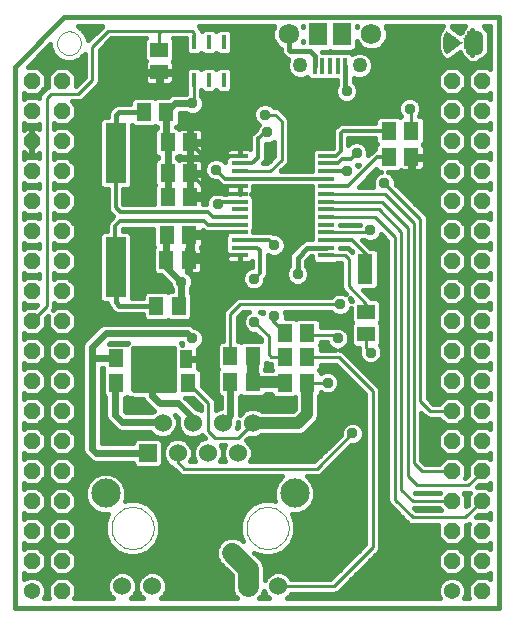
<source format=gtl>
G75*
%MOIN*%
%OFA0B0*%
%FSLAX24Y24*%
%IPPOS*%
%LPD*%
%AMOC8*
5,1,8,0,0,1.08239X$1,22.5*
%
%ADD10C,0.0160*%
%ADD11C,0.0000*%
%ADD12C,0.0540*%
%ADD13OC8,0.0540*%
%ADD14R,0.0004X0.0421*%
%ADD15R,0.0004X0.0465*%
%ADD16R,0.0004X0.0492*%
%ADD17R,0.0004X0.0516*%
%ADD18R,0.0004X0.0531*%
%ADD19R,0.0004X0.0547*%
%ADD20R,0.0004X0.0563*%
%ADD21R,0.0004X0.0575*%
%ADD22R,0.0004X0.0587*%
%ADD23R,0.0004X0.0598*%
%ADD24R,0.0004X0.0610*%
%ADD25R,0.0004X0.0618*%
%ADD26R,0.0004X0.0626*%
%ADD27R,0.0004X0.0638*%
%ADD28R,0.0004X0.0646*%
%ADD29R,0.0004X0.0650*%
%ADD30R,0.0004X0.0657*%
%ADD31R,0.0004X0.0665*%
%ADD32R,0.0004X0.0673*%
%ADD33R,0.0004X0.0677*%
%ADD34R,0.0004X0.0685*%
%ADD35R,0.0004X0.0689*%
%ADD36R,0.0004X0.0693*%
%ADD37R,0.0004X0.0701*%
%ADD38R,0.0004X0.0705*%
%ADD39R,0.0004X0.0709*%
%ADD40R,0.0004X0.0717*%
%ADD41R,0.0004X0.0720*%
%ADD42R,0.0004X0.0724*%
%ADD43R,0.0004X0.0728*%
%ADD44R,0.0004X0.0732*%
%ADD45R,0.0004X0.0736*%
%ADD46R,0.0004X0.0740*%
%ADD47R,0.0004X0.0744*%
%ADD48R,0.0004X0.0748*%
%ADD49R,0.0004X0.0752*%
%ADD50R,0.0004X0.0756*%
%ADD51R,0.0004X0.0760*%
%ADD52R,0.0004X0.0764*%
%ADD53R,0.0004X0.0768*%
%ADD54R,0.0004X0.0772*%
%ADD55R,0.0004X0.0776*%
%ADD56R,0.0004X0.0780*%
%ADD57R,0.0004X0.0783*%
%ADD58R,0.0004X0.0787*%
%ADD59R,0.0004X0.0791*%
%ADD60R,0.0004X0.0795*%
%ADD61R,0.0004X0.0799*%
%ADD62R,0.0004X0.0803*%
%ADD63R,0.0004X0.0807*%
%ADD64R,0.0004X0.0811*%
%ADD65R,0.0004X0.0815*%
%ADD66R,0.0004X0.0819*%
%ADD67R,0.0004X0.0823*%
%ADD68R,0.0004X0.0827*%
%ADD69R,0.0004X0.0831*%
%ADD70R,0.0004X0.0835*%
%ADD71R,0.0004X0.0839*%
%ADD72R,0.0004X0.0909*%
%ADD73R,0.0004X0.0937*%
%ADD74R,0.0004X0.0953*%
%ADD75R,0.0004X0.0961*%
%ADD76R,0.0004X0.0969*%
%ADD77R,0.0004X0.0976*%
%ADD78R,0.0004X0.0980*%
%ADD79R,0.0004X0.0984*%
%ADD80R,0.0004X0.0965*%
%ADD81R,0.0004X0.0957*%
%ADD82R,0.0004X0.0945*%
%ADD83R,0.0004X0.0921*%
%ADD84R,0.0004X0.0232*%
%ADD85R,0.0004X0.0555*%
%ADD86R,0.0004X0.0224*%
%ADD87R,0.0004X0.0543*%
%ADD88R,0.0004X0.0539*%
%ADD89R,0.0004X0.0220*%
%ADD90R,0.0004X0.0535*%
%ADD91R,0.0004X0.0528*%
%ADD92R,0.0004X0.0520*%
%ADD93R,0.0004X0.0512*%
%ADD94R,0.0004X0.0500*%
%ADD95R,0.0004X0.0488*%
%ADD96R,0.0004X0.0484*%
%ADD97R,0.0004X0.0476*%
%ADD98R,0.0004X0.0449*%
%ADD99R,0.0004X0.0370*%
%ADD100R,0.0004X0.0043*%
%ADD101R,0.0004X0.0228*%
%ADD102R,0.0004X0.0358*%
%ADD103R,0.0004X0.0350*%
%ADD104R,0.0004X0.0343*%
%ADD105R,0.0004X0.0331*%
%ADD106R,0.0004X0.0319*%
%ADD107R,0.0004X0.0311*%
%ADD108R,0.0004X0.0307*%
%ADD109R,0.0004X0.0303*%
%ADD110R,0.0004X0.0063*%
%ADD111R,0.0004X0.0130*%
%ADD112R,0.0004X0.0445*%
%ADD113R,0.0004X0.0437*%
%ADD114R,0.0004X0.0433*%
%ADD115R,0.0004X0.0362*%
%ADD116R,0.0004X0.0047*%
%ADD117R,0.0004X0.0354*%
%ADD118R,0.0004X0.0031*%
%ADD119R,0.0004X0.0346*%
%ADD120R,0.0004X0.0339*%
%ADD121R,0.0004X0.0055*%
%ADD122R,0.0004X0.0177*%
%ADD123R,0.0004X0.0035*%
%ADD124R,0.0004X0.0161*%
%ADD125R,0.0004X0.0051*%
%ADD126R,0.0004X0.0142*%
%ADD127R,0.0004X0.0118*%
%ADD128R,0.0004X0.0091*%
%ADD129R,0.0004X0.0024*%
%ADD130R,0.0004X0.0020*%
%ADD131R,0.0004X0.0008*%
%ADD132R,0.0004X0.0004*%
%ADD133R,0.0004X0.0012*%
%ADD134R,0.0004X0.0028*%
%ADD135R,0.0004X0.0059*%
%ADD136R,0.0004X0.0067*%
%ADD137R,0.0004X0.0075*%
%ADD138R,0.0004X0.0083*%
%ADD139R,0.0004X0.0098*%
%ADD140R,0.0004X0.0106*%
%ADD141R,0.0004X0.0114*%
%ADD142R,0.0004X0.0122*%
%ADD143R,0.0004X0.0138*%
%ADD144R,0.0004X0.0146*%
%ADD145R,0.0004X0.0154*%
%ADD146R,0.0004X0.0165*%
%ADD147R,0.0004X0.0169*%
%ADD148R,0.0004X0.0185*%
%ADD149R,0.0004X0.0189*%
%ADD150R,0.0004X0.0193*%
%ADD151R,0.0004X0.0201*%
%ADD152R,0.0004X0.0209*%
%ADD153R,0.0004X0.0213*%
%ADD154R,0.0004X0.0217*%
%ADD155R,0.0004X0.0236*%
%ADD156R,0.0004X0.0240*%
%ADD157R,0.0004X0.0248*%
%ADD158R,0.0004X0.0256*%
%ADD159R,0.0004X0.0264*%
%ADD160R,0.0004X0.0272*%
%ADD161R,0.0004X0.0280*%
%ADD162R,0.0004X0.0287*%
%ADD163R,0.0004X0.0295*%
%ADD164R,0.0004X0.0299*%
%ADD165R,0.0004X0.0126*%
%ADD166R,0.0004X0.0157*%
%ADD167R,0.0004X0.0134*%
%ADD168R,0.0004X0.0173*%
%ADD169R,0.0004X0.0366*%
%ADD170R,0.0004X0.0374*%
%ADD171R,0.0004X0.0382*%
%ADD172R,0.0004X0.0390*%
%ADD173R,0.0004X0.0394*%
%ADD174R,0.0004X0.0398*%
%ADD175R,0.0004X0.0406*%
%ADD176R,0.0004X0.0409*%
%ADD177R,0.0004X0.0417*%
%ADD178R,0.0004X0.0429*%
%ADD179R,0.0004X0.0441*%
%ADD180R,0.0004X0.0453*%
%ADD181R,0.0004X0.0457*%
%ADD182R,0.0004X0.0469*%
%ADD183R,0.0004X0.0480*%
%ADD184R,0.0004X0.0504*%
%ADD185R,0.0004X0.0508*%
%ADD186R,0.0004X0.0551*%
%ADD187R,0.0004X0.0567*%
%ADD188R,0.0004X0.0579*%
%ADD189R,0.0004X0.0413*%
%ADD190R,0.0004X0.0425*%
%ADD191R,0.0004X0.0181*%
%ADD192R,0.0004X0.0634*%
%ADD193R,0.0004X0.0654*%
%ADD194R,0.0004X0.0661*%
%ADD195R,0.0004X0.0669*%
%ADD196R,0.0004X0.0697*%
%ADD197R,0.0004X0.0244*%
%ADD198R,0.0004X0.0252*%
%ADD199R,0.0004X0.0461*%
%ADD200R,0.0004X0.0094*%
%ADD201R,0.0004X0.0622*%
%ADD202R,0.0004X0.0102*%
%ADD203R,0.0004X0.0630*%
%ADD204R,0.0004X0.0614*%
%ADD205R,0.0004X0.0583*%
%ADD206R,0.0004X0.0327*%
%ADD207R,0.0550X0.0137*%
%ADD208C,0.0600*%
%ADD209C,0.0975*%
%ADD210R,0.0600X0.0600*%
%ADD211R,0.0512X0.0591*%
%ADD212R,0.0591X0.0512*%
%ADD213R,0.0700X0.2000*%
%ADD214R,0.0500X0.1000*%
%ADD215R,0.0433X0.0591*%
%ADD216R,0.0160X0.0480*%
%ADD217R,0.0157X0.0531*%
%ADD218R,0.0591X0.0748*%
%ADD219C,0.0679*%
%ADD220C,0.0502*%
%ADD221C,0.0376*%
%ADD222C,0.0100*%
%ADD223C,0.0240*%
%ADD224C,0.0120*%
%ADD225C,0.0400*%
%ADD226C,0.0700*%
%ADD227C,0.0660*%
%ADD228C,0.0320*%
D10*
X000259Y001718D02*
X016401Y001718D01*
X016401Y021403D01*
X001913Y021403D01*
X000259Y019749D01*
X000259Y001718D01*
X000569Y002673D02*
X000569Y002869D01*
X000635Y002803D01*
X001025Y002803D01*
X001300Y003078D01*
X001300Y003467D01*
X001025Y003743D01*
X000635Y003743D01*
X000569Y003676D01*
X000569Y003869D01*
X000635Y003803D01*
X001025Y003803D01*
X001300Y004078D01*
X001300Y004467D01*
X001025Y004743D01*
X000635Y004743D01*
X000569Y004676D01*
X000569Y004869D01*
X000635Y004803D01*
X001025Y004803D01*
X001300Y005078D01*
X001300Y005467D01*
X001025Y005743D01*
X000635Y005743D01*
X000569Y005676D01*
X000569Y005869D01*
X000635Y005803D01*
X001025Y005803D01*
X001300Y006078D01*
X001300Y006467D01*
X001025Y006743D01*
X000635Y006743D01*
X000569Y006676D01*
X000569Y006869D01*
X000635Y006803D01*
X001025Y006803D01*
X001300Y007078D01*
X001300Y007467D01*
X001025Y007743D01*
X000635Y007743D01*
X000569Y007676D01*
X000569Y007869D01*
X000635Y007803D01*
X001025Y007803D01*
X001300Y008078D01*
X001300Y008467D01*
X001025Y008743D01*
X000635Y008743D01*
X000569Y008676D01*
X000569Y008869D01*
X000635Y008803D01*
X001025Y008803D01*
X001300Y009078D01*
X001300Y009467D01*
X001025Y009743D01*
X000635Y009743D01*
X000569Y009676D01*
X000569Y009869D01*
X000635Y009803D01*
X001025Y009803D01*
X001300Y010078D01*
X001300Y010467D01*
X001025Y010743D01*
X000635Y010743D01*
X000569Y010676D01*
X000569Y010869D01*
X000635Y010803D01*
X001025Y010803D01*
X001300Y011078D01*
X001300Y011389D01*
X001360Y011449D01*
X001360Y011078D01*
X001635Y010803D01*
X002025Y010803D01*
X002300Y011078D01*
X002300Y011467D01*
X002025Y011743D01*
X001635Y011743D01*
X001547Y011654D01*
X001572Y011715D01*
X001572Y011866D01*
X001635Y011803D01*
X002025Y011803D01*
X002300Y012078D01*
X002300Y012467D01*
X002025Y012743D01*
X001635Y012743D01*
X001572Y012679D01*
X001572Y012866D01*
X001635Y012803D01*
X002025Y012803D01*
X002300Y013078D01*
X002300Y013467D01*
X002025Y013743D01*
X001635Y013743D01*
X001572Y013679D01*
X001572Y013866D01*
X001635Y013803D01*
X002025Y013803D01*
X002300Y014078D01*
X002300Y014467D01*
X002025Y014743D01*
X001635Y014743D01*
X001572Y014679D01*
X001572Y014866D01*
X001635Y014803D01*
X002025Y014803D01*
X002300Y015078D01*
X002300Y015467D01*
X002025Y015743D01*
X001635Y015743D01*
X001572Y015679D01*
X001572Y015866D01*
X001635Y015803D01*
X002025Y015803D01*
X002300Y016078D01*
X002300Y016467D01*
X002025Y016743D01*
X001635Y016743D01*
X001572Y016679D01*
X001572Y016866D01*
X001635Y016803D01*
X002025Y016803D01*
X002300Y017078D01*
X002300Y017467D01*
X002025Y017743D01*
X001635Y017743D01*
X001572Y017679D01*
X001572Y017866D01*
X001635Y017803D01*
X002025Y017803D01*
X002300Y018078D01*
X002300Y018467D01*
X002174Y018594D01*
X002435Y018594D01*
X002527Y018632D01*
X002597Y018702D01*
X003050Y019155D01*
X003088Y019247D01*
X003088Y020315D01*
X003473Y020700D01*
X004628Y020700D01*
X004587Y020659D01*
X004587Y019981D01*
X004638Y019930D01*
X004619Y019897D01*
X004607Y019851D01*
X004607Y019620D01*
X005034Y019620D01*
X005034Y019524D01*
X004607Y019524D01*
X004607Y019292D01*
X004619Y019246D01*
X004643Y019205D01*
X004676Y019172D01*
X004717Y019148D01*
X004763Y019136D01*
X005034Y019136D01*
X005034Y019524D01*
X005130Y019524D01*
X005130Y019620D01*
X005557Y019620D01*
X005557Y019851D01*
X005545Y019897D01*
X005526Y019930D01*
X005577Y019981D01*
X005577Y020659D01*
X005536Y020700D01*
X005956Y020700D01*
X005956Y020253D01*
X006073Y020136D01*
X006398Y020136D01*
X006486Y020223D01*
X006573Y020136D01*
X006898Y020136D01*
X006986Y020223D01*
X007073Y020136D01*
X007398Y020136D01*
X007516Y020253D01*
X007516Y020899D01*
X007398Y021016D01*
X007073Y021016D01*
X006986Y020929D01*
X006898Y021016D01*
X006573Y021016D01*
X006493Y020937D01*
X006493Y020940D01*
X006455Y021032D01*
X006395Y021093D01*
X008917Y021093D01*
X008853Y020939D01*
X008853Y020724D01*
X008936Y020526D01*
X009087Y020374D01*
X009133Y020355D01*
X009133Y020264D01*
X009175Y020161D01*
X009254Y020083D01*
X009293Y020043D01*
X009384Y020005D01*
X009336Y019888D01*
X009336Y019709D01*
X009404Y019543D01*
X009531Y019416D01*
X009697Y019347D01*
X009876Y019347D01*
X010008Y019402D01*
X010098Y019313D01*
X011003Y019313D01*
X011003Y019171D01*
X010993Y019162D01*
X010934Y019019D01*
X010934Y018865D01*
X010993Y018722D01*
X011102Y018613D01*
X011245Y018554D01*
X011399Y018554D01*
X011542Y018613D01*
X011651Y018722D01*
X011710Y018865D01*
X011710Y019019D01*
X011651Y019162D01*
X011563Y019250D01*
X011563Y019390D01*
X011665Y019347D01*
X011845Y019347D01*
X012011Y019416D01*
X012138Y019543D01*
X012206Y019709D01*
X012206Y019888D01*
X012138Y020054D01*
X012011Y020181D01*
X011845Y020249D01*
X011665Y020249D01*
X011506Y020183D01*
X011444Y020244D01*
X010512Y020244D01*
X010508Y020254D01*
X010755Y020254D01*
X010773Y020271D01*
X010787Y020258D01*
X011543Y020258D01*
X011660Y020375D01*
X011660Y020602D01*
X011691Y020526D01*
X011843Y020374D01*
X012042Y020292D01*
X012256Y020292D01*
X012455Y020374D01*
X012606Y020526D01*
X012688Y020724D01*
X012688Y020939D01*
X012625Y021093D01*
X014544Y021093D01*
X014471Y021019D01*
X014471Y021015D01*
X014463Y021007D01*
X014463Y021003D01*
X014459Y020999D01*
X014459Y020995D01*
X014455Y020991D01*
X014455Y020987D01*
X014451Y020983D01*
X014451Y020979D01*
X014443Y020972D01*
X014443Y020968D01*
X014439Y020964D01*
X014439Y020960D01*
X014435Y020956D01*
X014435Y020952D01*
X014431Y020948D01*
X014431Y020944D01*
X014427Y020940D01*
X014427Y020936D01*
X014423Y020932D01*
X014423Y020928D01*
X014419Y020924D01*
X014419Y020917D01*
X014415Y020913D01*
X014415Y020909D01*
X014411Y020905D01*
X014411Y020901D01*
X014408Y020897D01*
X014408Y020889D01*
X014404Y020885D01*
X014404Y020881D01*
X014400Y020877D01*
X014400Y020869D01*
X014396Y020865D01*
X014396Y020857D01*
X014392Y020854D01*
X014392Y020846D01*
X014388Y020842D01*
X014388Y020834D01*
X014384Y020830D01*
X014384Y020822D01*
X014380Y020818D01*
X014380Y020806D01*
X014376Y020802D01*
X014376Y020791D01*
X014372Y020787D01*
X014372Y020775D01*
X014368Y020771D01*
X014368Y020755D01*
X014364Y020751D01*
X014364Y020731D01*
X014360Y020728D01*
X014360Y020696D01*
X014356Y020692D01*
X014356Y020420D01*
X014360Y020416D01*
X014360Y020385D01*
X014364Y020381D01*
X014364Y020361D01*
X014368Y020357D01*
X014368Y020341D01*
X014372Y020337D01*
X014372Y020326D01*
X014376Y020322D01*
X014376Y020310D01*
X014380Y020306D01*
X014380Y020294D01*
X014384Y020290D01*
X014384Y020282D01*
X014388Y020278D01*
X014388Y020271D01*
X014392Y020267D01*
X014392Y020259D01*
X014396Y020255D01*
X014396Y020247D01*
X014400Y020243D01*
X014400Y020235D01*
X014404Y020231D01*
X014404Y020227D01*
X014408Y020223D01*
X014408Y020215D01*
X014411Y020211D01*
X014411Y020208D01*
X014415Y020204D01*
X014415Y020200D01*
X014419Y020196D01*
X014419Y020192D01*
X014423Y020188D01*
X014423Y020184D01*
X014427Y020180D01*
X014427Y020176D01*
X014431Y020172D01*
X014431Y020168D01*
X014435Y020164D01*
X014435Y020160D01*
X014439Y020156D01*
X014439Y020152D01*
X014443Y020148D01*
X014443Y020145D01*
X014447Y020141D01*
X014447Y020137D01*
X014451Y020133D01*
X014451Y020129D01*
X014459Y020121D01*
X014459Y020117D01*
X014463Y020113D01*
X014463Y020109D01*
X014467Y020105D01*
X014467Y020101D01*
X014471Y020097D01*
X014588Y019980D01*
X014592Y019976D01*
X014761Y019976D01*
X014769Y019984D01*
X014773Y019984D01*
X014785Y019996D01*
X014789Y019996D01*
X014801Y020008D01*
X014805Y020008D01*
X014816Y020019D01*
X014820Y020019D01*
X014832Y020031D01*
X014836Y020031D01*
X014844Y020039D01*
X014848Y020039D01*
X014856Y020047D01*
X014860Y020051D01*
X014864Y020051D01*
X014875Y020063D01*
X014879Y020063D01*
X014891Y020075D01*
X014895Y020075D01*
X014907Y020086D01*
X014911Y020086D01*
X014923Y020098D01*
X014927Y020098D01*
X014934Y020106D01*
X014938Y020106D01*
X014950Y020118D01*
X014954Y020118D01*
X014966Y020130D01*
X014970Y020130D01*
X014982Y020142D01*
X014986Y020142D01*
X014997Y020153D01*
X015001Y020153D01*
X015009Y020161D01*
X015013Y020161D01*
X015025Y020173D01*
X015029Y020173D01*
X015041Y020185D01*
X015045Y020185D01*
X015057Y020197D01*
X015060Y020197D01*
X015072Y020208D01*
X015076Y020208D01*
X015084Y020216D01*
X015088Y020216D01*
X015100Y020228D01*
X015104Y020228D01*
X015116Y020240D01*
X015120Y020240D01*
X015120Y020241D01*
X015120Y020180D01*
X015124Y020176D01*
X015124Y020164D01*
X015128Y020160D01*
X015128Y020152D01*
X015132Y020148D01*
X015132Y020145D01*
X015136Y020141D01*
X015136Y020137D01*
X015144Y020129D01*
X015144Y020125D01*
X015261Y020008D01*
X015265Y020004D01*
X015269Y020000D01*
X015273Y019996D01*
X015277Y019992D01*
X015281Y019988D01*
X015285Y019984D01*
X015288Y019984D01*
X015292Y019980D01*
X015296Y019976D01*
X015300Y019976D01*
X015304Y019972D01*
X015308Y019972D01*
X015312Y019968D01*
X015316Y019968D01*
X015411Y019874D01*
X015414Y019874D01*
X015418Y019870D01*
X015422Y019870D01*
X015426Y019866D01*
X015651Y019866D01*
X015655Y019870D01*
X015659Y019870D01*
X015738Y019949D01*
X015742Y019949D01*
X015746Y019953D01*
X015757Y019953D01*
X015761Y019956D01*
X015769Y019956D01*
X015773Y019960D01*
X015781Y019960D01*
X015785Y019964D01*
X015793Y019964D01*
X015797Y019968D01*
X015805Y019968D01*
X015809Y019972D01*
X015812Y019972D01*
X015816Y019976D01*
X015824Y019976D01*
X015828Y019980D01*
X015832Y019980D01*
X015836Y019984D01*
X015840Y019984D01*
X015844Y019988D01*
X015848Y019988D01*
X015852Y019992D01*
X015856Y019992D01*
X015860Y019996D01*
X015864Y019996D01*
X015872Y020004D01*
X015875Y020004D01*
X015883Y020012D01*
X015887Y020012D01*
X015907Y020031D01*
X015911Y020031D01*
X016028Y020148D01*
X016032Y020152D01*
X016032Y020156D01*
X016036Y020160D01*
X016040Y020164D01*
X016044Y020168D01*
X016048Y020172D01*
X016048Y020176D01*
X016052Y020180D01*
X016056Y020184D01*
X016056Y020188D01*
X016060Y020192D01*
X016060Y020196D01*
X016063Y020200D01*
X016063Y020204D01*
X016067Y020208D01*
X016067Y020211D01*
X016071Y020215D01*
X016071Y020223D01*
X016075Y020227D01*
X016075Y020235D01*
X016079Y020239D01*
X016079Y020259D01*
X016083Y020263D01*
X016083Y020850D01*
X016079Y020854D01*
X016079Y020869D01*
X016075Y020873D01*
X016075Y020885D01*
X016071Y020889D01*
X016071Y020897D01*
X016067Y020901D01*
X016067Y020905D01*
X016063Y020909D01*
X016063Y020913D01*
X016060Y020917D01*
X016060Y020920D01*
X016056Y020924D01*
X016052Y020928D01*
X016052Y020932D01*
X016048Y020936D01*
X016044Y020940D01*
X016044Y020944D01*
X016040Y020948D01*
X016036Y020952D01*
X016032Y020956D01*
X016028Y020960D01*
X016024Y020964D01*
X016020Y020968D01*
X016016Y020972D01*
X016012Y020976D01*
X015895Y021093D01*
X016091Y021093D01*
X016091Y019676D01*
X016025Y019743D01*
X015635Y019743D01*
X015360Y019467D01*
X015360Y019078D01*
X015635Y018803D01*
X016025Y018803D01*
X016091Y018869D01*
X016091Y018676D01*
X016025Y018743D01*
X015635Y018743D01*
X015360Y018467D01*
X015360Y018078D01*
X015635Y017803D01*
X016025Y017803D01*
X016091Y017869D01*
X016091Y017676D01*
X016025Y017743D01*
X015635Y017743D01*
X015360Y017467D01*
X015360Y017078D01*
X015635Y016803D01*
X016025Y016803D01*
X016091Y016869D01*
X016091Y016676D01*
X016025Y016743D01*
X015635Y016743D01*
X015360Y016467D01*
X015360Y016078D01*
X015635Y015803D01*
X016025Y015803D01*
X016091Y015869D01*
X016091Y015676D01*
X016025Y015743D01*
X015635Y015743D01*
X015360Y015467D01*
X015360Y015078D01*
X015635Y014803D01*
X016025Y014803D01*
X016091Y014869D01*
X016091Y014676D01*
X016025Y014743D01*
X015635Y014743D01*
X015360Y014467D01*
X015360Y014078D01*
X015635Y013803D01*
X016025Y013803D01*
X016091Y013869D01*
X016091Y013676D01*
X016025Y013743D01*
X015635Y013743D01*
X015360Y013467D01*
X015360Y013078D01*
X015635Y012803D01*
X016025Y012803D01*
X016091Y012869D01*
X016091Y012676D01*
X016025Y012743D01*
X015635Y012743D01*
X015360Y012467D01*
X015360Y012078D01*
X015635Y011803D01*
X016025Y011803D01*
X016091Y011869D01*
X016091Y011676D01*
X016025Y011743D01*
X015635Y011743D01*
X015360Y011467D01*
X015360Y011078D01*
X015635Y010803D01*
X016025Y010803D01*
X016091Y010869D01*
X016091Y010676D01*
X016025Y010743D01*
X015635Y010743D01*
X015360Y010467D01*
X015360Y010078D01*
X015635Y009803D01*
X016025Y009803D01*
X016091Y009869D01*
X016091Y009676D01*
X016025Y009743D01*
X015635Y009743D01*
X015360Y009467D01*
X015360Y009078D01*
X015635Y008803D01*
X016025Y008803D01*
X016091Y008869D01*
X016091Y008676D01*
X016025Y008743D01*
X015635Y008743D01*
X015360Y008467D01*
X015360Y008078D01*
X015635Y007803D01*
X016025Y007803D01*
X016091Y007869D01*
X016091Y007676D01*
X016025Y007743D01*
X015635Y007743D01*
X015360Y007467D01*
X015360Y007078D01*
X015635Y006803D01*
X016025Y006803D01*
X016091Y006869D01*
X016091Y006676D01*
X016025Y006743D01*
X015635Y006743D01*
X015360Y006467D01*
X015360Y006129D01*
X015274Y006042D01*
X015264Y006042D01*
X015300Y006078D01*
X015300Y006467D01*
X015025Y006743D01*
X014635Y006743D01*
X014407Y006515D01*
X013945Y006515D01*
X013816Y006644D01*
X013816Y008220D01*
X013976Y008061D01*
X014068Y008023D01*
X014415Y008023D01*
X014635Y007803D01*
X015025Y007803D01*
X015300Y008078D01*
X015300Y008467D01*
X015025Y008743D01*
X014635Y008743D01*
X014415Y008523D01*
X014221Y008523D01*
X014033Y008711D01*
X014033Y014720D01*
X013995Y014812D01*
X013924Y014882D01*
X012970Y015837D01*
X012970Y015948D01*
X012911Y016091D01*
X012802Y016200D01*
X012701Y016242D01*
X013078Y016242D01*
X013129Y016293D01*
X013162Y016274D01*
X013208Y016262D01*
X013440Y016262D01*
X013440Y016689D01*
X013535Y016689D01*
X013535Y016262D01*
X013767Y016262D01*
X013813Y016274D01*
X013854Y016298D01*
X013887Y016331D01*
X013911Y016372D01*
X013923Y016418D01*
X013923Y016689D01*
X013535Y016689D01*
X013535Y016785D01*
X013923Y016785D01*
X013923Y017056D01*
X013911Y017102D01*
X013887Y017143D01*
X013864Y017166D01*
X013943Y017245D01*
X013943Y018001D01*
X013826Y018118D01*
X013744Y018118D01*
X013757Y018132D01*
X013817Y018274D01*
X013817Y018429D01*
X013757Y018571D01*
X013648Y018680D01*
X013506Y018739D01*
X013351Y018739D01*
X013209Y018680D01*
X013099Y018571D01*
X013040Y018429D01*
X013040Y018274D01*
X013099Y018132D01*
X013131Y018100D01*
X013113Y018083D01*
X013078Y018118D01*
X012401Y018118D01*
X012284Y018001D01*
X012284Y017883D01*
X011152Y017883D01*
X011057Y017843D01*
X010905Y017692D01*
X010865Y017596D01*
X010865Y017061D01*
X010859Y017055D01*
X010278Y017055D01*
X010161Y016938D01*
X010161Y016279D01*
X009131Y016279D01*
X009369Y016517D01*
X009407Y016609D01*
X009407Y017988D01*
X009369Y018080D01*
X009298Y018150D01*
X009082Y018366D01*
X008990Y018405D01*
X008904Y018405D01*
X008825Y018484D01*
X008683Y018543D01*
X008528Y018543D01*
X008386Y018484D01*
X008277Y018374D01*
X008217Y018232D01*
X008217Y018077D01*
X008277Y017935D01*
X008386Y017826D01*
X008394Y017822D01*
X008355Y017784D01*
X008301Y017652D01*
X008246Y017598D01*
X008222Y017588D01*
X008149Y017514D01*
X008109Y017419D01*
X008109Y017018D01*
X008101Y017023D01*
X008055Y017035D01*
X007757Y017035D01*
X007757Y016799D01*
X007757Y016799D01*
X007757Y017035D01*
X007458Y017035D01*
X007412Y017023D01*
X007371Y016999D01*
X007338Y016965D01*
X007314Y016924D01*
X007302Y016879D01*
X007302Y016786D01*
X007302Y016702D01*
X007282Y016682D01*
X007282Y016563D01*
X007192Y016653D01*
X007049Y016712D01*
X006895Y016712D01*
X006752Y016653D01*
X006643Y016544D01*
X006584Y016401D01*
X006584Y016247D01*
X006643Y016104D01*
X006752Y015995D01*
X006895Y015936D01*
X006992Y015936D01*
X007130Y015798D01*
X007225Y015759D01*
X007302Y015759D01*
X007302Y015671D01*
X007311Y015635D01*
X007302Y015599D01*
X007302Y015511D01*
X007251Y015511D01*
X007251Y015511D01*
X007108Y015570D01*
X006954Y015570D01*
X006811Y015511D01*
X006702Y015402D01*
X006643Y015259D01*
X006643Y015166D01*
X006541Y015166D01*
X006541Y015351D01*
X006154Y015351D01*
X006154Y015447D01*
X006541Y015447D01*
X006541Y015718D01*
X006529Y015763D01*
X006507Y015802D01*
X006529Y015841D01*
X006541Y015887D01*
X006541Y016158D01*
X006154Y016158D01*
X006154Y016254D01*
X006541Y016254D01*
X006541Y016525D01*
X006529Y016570D01*
X006506Y016612D01*
X006472Y016645D01*
X006431Y016669D01*
X006385Y016681D01*
X006154Y016681D01*
X006154Y016254D01*
X006058Y016254D01*
X006058Y016681D01*
X005826Y016681D01*
X005780Y016669D01*
X005747Y016650D01*
X005696Y016701D01*
X005678Y016701D01*
X005678Y016734D01*
X005696Y016734D01*
X005747Y016785D01*
X005780Y016766D01*
X005826Y016754D01*
X006058Y016754D01*
X006058Y017181D01*
X006154Y017181D01*
X006154Y017277D01*
X006541Y017277D01*
X006541Y017548D01*
X006529Y017594D01*
X006506Y017635D01*
X006472Y017669D01*
X006431Y017692D01*
X006385Y017705D01*
X006154Y017705D01*
X006154Y017277D01*
X006058Y017277D01*
X006058Y017705D01*
X005826Y017705D01*
X005780Y017692D01*
X005747Y017673D01*
X005696Y017725D01*
X005638Y017725D01*
X005638Y017738D01*
X005657Y017738D01*
X005774Y017855D01*
X005774Y018209D01*
X005955Y018209D01*
X005964Y018200D01*
X006107Y018140D01*
X006262Y018140D01*
X006404Y018200D01*
X006513Y018309D01*
X006572Y018451D01*
X006572Y018606D01*
X006513Y018748D01*
X006486Y018776D01*
X006486Y018963D01*
X006573Y018876D01*
X006898Y018876D01*
X006986Y018963D01*
X007073Y018876D01*
X007398Y018876D01*
X007516Y018993D01*
X007516Y019639D01*
X007398Y019756D01*
X007073Y019756D01*
X006986Y019669D01*
X006898Y019756D01*
X006573Y019756D01*
X006486Y019669D01*
X006398Y019756D01*
X006073Y019756D01*
X005956Y019639D01*
X005956Y018993D01*
X005986Y018963D01*
X005986Y018866D01*
X005964Y018858D01*
X005955Y018849D01*
X005550Y018849D01*
X005432Y018800D01*
X005361Y018729D01*
X004979Y018729D01*
X004944Y018693D01*
X004909Y018729D01*
X004231Y018729D01*
X004114Y018611D01*
X004114Y018513D01*
X003688Y018513D01*
X003585Y018471D01*
X003486Y018372D01*
X003408Y018293D01*
X003365Y018191D01*
X003365Y018066D01*
X003192Y018066D01*
X003075Y017948D01*
X003075Y015783D01*
X003192Y015666D01*
X003365Y015666D01*
X003365Y015012D01*
X003405Y014917D01*
X003478Y014844D01*
X003553Y014769D01*
X003458Y014674D01*
X003385Y014601D01*
X003346Y014505D01*
X003346Y014266D01*
X003192Y014266D01*
X003075Y014148D01*
X003075Y011983D01*
X003192Y011866D01*
X003345Y011866D01*
X003345Y011839D01*
X003388Y011736D01*
X003467Y011657D01*
X003585Y011539D01*
X003688Y011497D01*
X004528Y011497D01*
X004528Y011398D01*
X004645Y011281D01*
X005322Y011281D01*
X005358Y011317D01*
X005393Y011281D01*
X006070Y011281D01*
X006187Y011398D01*
X006187Y012155D01*
X006130Y012212D01*
X006130Y012355D01*
X006139Y012364D01*
X006198Y012506D01*
X006198Y012661D01*
X006139Y012804D01*
X006030Y012913D01*
X006018Y012918D01*
X006018Y013264D01*
X006114Y013264D01*
X006114Y012837D01*
X006346Y012837D01*
X006392Y012849D01*
X006433Y012873D01*
X006466Y012906D01*
X006490Y012947D01*
X006502Y012993D01*
X006502Y013264D01*
X006114Y013264D01*
X006114Y013360D01*
X006018Y013360D01*
X006018Y013664D01*
X006038Y013664D01*
X006038Y014091D01*
X006134Y014091D01*
X006134Y014187D01*
X006522Y014187D01*
X006522Y014300D01*
X006559Y014263D01*
X006654Y014223D01*
X007302Y014223D01*
X007302Y014143D01*
X007282Y014123D01*
X007282Y013564D01*
X007302Y013544D01*
X007302Y013460D01*
X007386Y013460D01*
X007386Y013460D01*
X007302Y013460D01*
X007302Y013367D01*
X007314Y013322D01*
X007338Y013281D01*
X007371Y013247D01*
X007412Y013223D01*
X007458Y013211D01*
X007757Y013211D01*
X008055Y013211D01*
X008101Y013223D01*
X008142Y013247D01*
X008168Y013273D01*
X008168Y013070D01*
X008154Y013070D01*
X008012Y013011D01*
X007903Y012902D01*
X007843Y012759D01*
X007843Y012605D01*
X007903Y012462D01*
X008012Y012353D01*
X008154Y012294D01*
X008309Y012294D01*
X008451Y012353D01*
X008561Y012462D01*
X008620Y012605D01*
X008620Y012683D01*
X008649Y012712D01*
X008688Y012808D01*
X008688Y013472D01*
X008824Y013416D01*
X008978Y013416D01*
X009121Y013475D01*
X009230Y013584D01*
X009289Y013727D01*
X009289Y013881D01*
X009230Y014024D01*
X009121Y014133D01*
X008978Y014192D01*
X008880Y014192D01*
X008785Y014231D01*
X008212Y014231D01*
X008212Y014312D01*
X008232Y014332D01*
X008232Y015402D01*
X008212Y015422D01*
X008212Y015507D01*
X010161Y015507D01*
X010161Y015349D02*
X008232Y015349D01*
X008232Y015190D02*
X010161Y015190D01*
X010161Y015032D02*
X008232Y015032D01*
X008232Y014873D02*
X010161Y014873D01*
X010161Y014715D02*
X008232Y014715D01*
X008232Y014556D02*
X010161Y014556D01*
X010161Y014398D02*
X008232Y014398D01*
X008212Y014239D02*
X010161Y014239D01*
X010161Y014081D02*
X009173Y014081D01*
X009272Y013922D02*
X009824Y013922D01*
X009854Y013953D02*
X009530Y013628D01*
X009451Y013549D01*
X009408Y013446D01*
X009408Y013108D01*
X009359Y013059D01*
X009300Y012917D01*
X009300Y012762D01*
X009359Y012620D01*
X009468Y012511D01*
X009611Y012451D01*
X009765Y012451D01*
X009908Y012511D01*
X010017Y012620D01*
X010076Y012762D01*
X010076Y012917D01*
X010017Y013059D01*
X009968Y013108D01*
X009968Y013275D01*
X010129Y013436D01*
X010161Y013436D01*
X010161Y013308D01*
X010278Y013191D01*
X010993Y013191D01*
X011012Y013210D01*
X011151Y013210D01*
X011151Y012376D01*
X011189Y012285D01*
X011297Y012176D01*
X011183Y012224D01*
X011028Y012224D01*
X010886Y012165D01*
X010807Y012086D01*
X007729Y012086D01*
X007637Y012048D01*
X007567Y011977D01*
X007232Y011643D01*
X007194Y011551D01*
X007194Y010599D01*
X007105Y010599D01*
X006988Y010481D01*
X006988Y009725D01*
X007043Y009670D01*
X006988Y009615D01*
X006988Y008859D01*
X007105Y008742D01*
X007124Y008742D01*
X007124Y008375D01*
X007091Y008375D01*
X006966Y008323D01*
X006966Y008598D01*
X006928Y008690D01*
X006502Y009115D01*
X006502Y009596D01*
X006385Y009713D01*
X006364Y009713D01*
X006364Y009977D01*
X005996Y009977D01*
X005996Y010033D01*
X006364Y010033D01*
X006364Y010324D01*
X006358Y010346D01*
X006404Y010365D01*
X006513Y010474D01*
X006572Y010617D01*
X006572Y010771D01*
X006513Y010914D01*
X006404Y011023D01*
X006262Y011082D01*
X006249Y011082D01*
X006188Y011142D01*
X006071Y011191D01*
X003227Y011191D01*
X003109Y011142D01*
X003019Y011052D01*
X002567Y010600D01*
X002518Y010482D01*
X002518Y006949D01*
X002567Y006832D01*
X002657Y006742D01*
X002794Y006604D01*
X002912Y006555D01*
X004190Y006555D01*
X004190Y006492D01*
X004307Y006375D01*
X005073Y006375D01*
X005190Y006492D01*
X005190Y007258D01*
X005073Y007375D01*
X004307Y007375D01*
X004190Y007258D01*
X004190Y007195D01*
X003158Y007195D01*
X003158Y009705D01*
X003189Y009705D01*
X003189Y009646D01*
X003214Y009621D01*
X003189Y009596D01*
X003189Y008839D01*
X003286Y008743D01*
X003286Y008091D01*
X003334Y007973D01*
X003670Y007637D01*
X003788Y007588D01*
X004770Y007588D01*
X004907Y007451D01*
X005091Y007375D01*
X005290Y007375D01*
X005473Y007451D01*
X005614Y007592D01*
X005690Y007776D01*
X005766Y007592D01*
X005907Y007451D01*
X006091Y007375D01*
X006290Y007375D01*
X006473Y007451D01*
X006498Y007476D01*
X006504Y007462D01*
X006574Y007391D01*
X006591Y007375D01*
X006407Y007299D01*
X006266Y007158D01*
X006190Y006974D01*
X006114Y007158D01*
X005973Y007299D01*
X005790Y007375D01*
X005591Y007375D01*
X005407Y007299D01*
X005266Y007158D01*
X005190Y006974D01*
X005190Y006776D01*
X005266Y006592D01*
X005407Y006451D01*
X005478Y006422D01*
X005478Y006420D01*
X005697Y006202D01*
X005767Y006132D01*
X005859Y006094D01*
X009186Y006094D01*
X009007Y005914D01*
X008903Y005662D01*
X008903Y005388D01*
X008950Y005274D01*
X008875Y005305D01*
X008505Y005305D01*
X008163Y005163D01*
X007902Y004902D01*
X007760Y004560D01*
X007760Y004190D01*
X007866Y003935D01*
X007803Y003998D01*
X007609Y004078D01*
X007398Y004078D01*
X007203Y003998D01*
X007054Y003848D01*
X006973Y003654D01*
X006973Y003443D01*
X007054Y003248D01*
X007490Y002812D01*
X007490Y002316D01*
X007574Y002113D01*
X007660Y002028D01*
X005150Y002028D01*
X005264Y002142D01*
X005340Y002326D01*
X005340Y002524D01*
X005264Y002708D01*
X005123Y002849D01*
X004940Y002925D01*
X004741Y002925D01*
X004557Y002849D01*
X004416Y002708D01*
X004340Y002524D01*
X004264Y002708D01*
X004123Y002849D01*
X003940Y002925D01*
X003741Y002925D01*
X003557Y002849D01*
X003416Y002708D01*
X003340Y002524D01*
X003340Y002326D01*
X003416Y002142D01*
X003531Y002028D01*
X002250Y002028D01*
X002300Y002078D01*
X002300Y002467D01*
X002025Y002743D01*
X001635Y002743D01*
X001360Y002467D01*
X001360Y002078D01*
X001410Y002028D01*
X001237Y002028D01*
X001300Y002179D01*
X001300Y002366D01*
X001228Y002539D01*
X001096Y002671D01*
X000923Y002743D01*
X000737Y002743D01*
X000569Y002673D01*
X000569Y002827D02*
X000611Y002827D01*
X001049Y002827D02*
X001611Y002827D01*
X001635Y002803D02*
X002025Y002803D01*
X002300Y003078D01*
X002300Y003467D01*
X002025Y003743D01*
X001635Y003743D01*
X001360Y003467D01*
X001360Y003078D01*
X001635Y002803D01*
X001561Y002669D02*
X001099Y002669D01*
X001240Y002510D02*
X001403Y002510D01*
X001360Y002352D02*
X001300Y002352D01*
X001300Y002193D02*
X001360Y002193D01*
X001403Y002035D02*
X001240Y002035D01*
X001208Y002986D02*
X001452Y002986D01*
X001360Y003144D02*
X001300Y003144D01*
X001300Y003303D02*
X001360Y003303D01*
X001360Y003461D02*
X001300Y003461D01*
X001148Y003620D02*
X001512Y003620D01*
X001635Y003803D02*
X002025Y003803D01*
X002300Y004078D01*
X002300Y004467D01*
X002025Y004743D01*
X001635Y004743D01*
X001360Y004467D01*
X001360Y004078D01*
X001635Y003803D01*
X001501Y003937D02*
X001159Y003937D01*
X001300Y004095D02*
X001360Y004095D01*
X001360Y004254D02*
X001300Y004254D01*
X001300Y004412D02*
X001360Y004412D01*
X001463Y004571D02*
X001197Y004571D01*
X001038Y004729D02*
X001622Y004729D01*
X001635Y004803D02*
X002025Y004803D01*
X002300Y005078D01*
X002300Y005467D01*
X002025Y005743D01*
X001635Y005743D01*
X001360Y005467D01*
X001360Y005078D01*
X001635Y004803D01*
X001550Y004888D02*
X001110Y004888D01*
X001268Y005046D02*
X001392Y005046D01*
X001360Y005205D02*
X001300Y005205D01*
X001300Y005363D02*
X001360Y005363D01*
X001414Y005522D02*
X001246Y005522D01*
X001087Y005680D02*
X001573Y005680D01*
X001635Y005803D02*
X002025Y005803D01*
X002300Y006078D01*
X002300Y006467D01*
X002025Y006743D01*
X001635Y006743D01*
X001360Y006467D01*
X001360Y006078D01*
X001635Y005803D01*
X001599Y005839D02*
X001061Y005839D01*
X001219Y005997D02*
X001441Y005997D01*
X001360Y006156D02*
X001300Y006156D01*
X001300Y006314D02*
X001360Y006314D01*
X001365Y006473D02*
X001295Y006473D01*
X001136Y006631D02*
X001524Y006631D01*
X001635Y006803D02*
X002025Y006803D01*
X002300Y007078D01*
X002300Y007467D01*
X002025Y007743D01*
X001635Y007743D01*
X001360Y007467D01*
X001360Y007078D01*
X001635Y006803D01*
X001490Y006948D02*
X001170Y006948D01*
X001300Y007107D02*
X001360Y007107D01*
X001360Y007265D02*
X001300Y007265D01*
X001300Y007424D02*
X001360Y007424D01*
X001475Y007582D02*
X001185Y007582D01*
X001027Y007741D02*
X001633Y007741D01*
X001635Y007803D02*
X002025Y007803D01*
X002300Y008078D01*
X002300Y008467D01*
X002025Y008743D01*
X001635Y008743D01*
X001360Y008467D01*
X001360Y008078D01*
X001635Y007803D01*
X001539Y007899D02*
X001121Y007899D01*
X001280Y008058D02*
X001380Y008058D01*
X001360Y008216D02*
X001300Y008216D01*
X001300Y008375D02*
X001360Y008375D01*
X001426Y008533D02*
X001234Y008533D01*
X001076Y008692D02*
X001584Y008692D01*
X001635Y008803D02*
X002025Y008803D01*
X002300Y009078D01*
X002300Y009467D01*
X002025Y009743D01*
X001635Y009743D01*
X001360Y009467D01*
X001360Y009078D01*
X001635Y008803D01*
X001588Y008850D02*
X001072Y008850D01*
X001231Y009009D02*
X001429Y009009D01*
X001360Y009167D02*
X001300Y009167D01*
X001300Y009326D02*
X001360Y009326D01*
X001377Y009484D02*
X001283Y009484D01*
X001125Y009643D02*
X001535Y009643D01*
X001635Y009803D02*
X002025Y009803D01*
X002300Y010078D01*
X002300Y010467D01*
X002025Y010743D01*
X001635Y010743D01*
X001360Y010467D01*
X001360Y010078D01*
X001635Y009803D01*
X001478Y009960D02*
X001182Y009960D01*
X001300Y010118D02*
X001360Y010118D01*
X001360Y010277D02*
X001300Y010277D01*
X001300Y010435D02*
X001360Y010435D01*
X001486Y010594D02*
X001174Y010594D01*
X001133Y010911D02*
X001527Y010911D01*
X001369Y011069D02*
X001291Y011069D01*
X001300Y011228D02*
X001360Y011228D01*
X001360Y011386D02*
X001300Y011386D01*
X001567Y011703D02*
X001596Y011703D01*
X001572Y011862D02*
X001576Y011862D01*
X002084Y011862D02*
X003345Y011862D01*
X003421Y011703D02*
X002064Y011703D01*
X002223Y011545D02*
X003579Y011545D01*
X003743Y011777D02*
X003625Y011895D01*
X003625Y013066D01*
X003075Y013130D02*
X002300Y013130D01*
X002300Y013288D02*
X003075Y013288D01*
X003075Y013447D02*
X002300Y013447D01*
X002162Y013605D02*
X003075Y013605D01*
X003075Y013764D02*
X001572Y013764D01*
X001072Y013764D02*
X000569Y013764D01*
X000635Y013743D02*
X000569Y013676D01*
X000569Y013869D01*
X000635Y013803D01*
X001025Y013803D01*
X001072Y013850D01*
X001072Y013695D01*
X001025Y013743D01*
X000635Y013743D01*
X000569Y012869D02*
X000635Y012803D01*
X001025Y012803D01*
X001072Y012850D01*
X001072Y012695D01*
X001025Y012743D01*
X000635Y012743D01*
X000569Y012676D01*
X000569Y012869D01*
X000569Y012813D02*
X000625Y012813D01*
X001035Y012813D02*
X001072Y012813D01*
X001572Y012813D02*
X001625Y012813D01*
X002035Y012813D02*
X003075Y012813D01*
X003075Y012971D02*
X002193Y012971D01*
X002113Y012654D02*
X003075Y012654D01*
X003075Y012496D02*
X002272Y012496D01*
X002300Y012337D02*
X003075Y012337D01*
X003075Y012179D02*
X002300Y012179D01*
X002242Y012020D02*
X003075Y012020D01*
X003743Y011777D02*
X004984Y011777D01*
X004528Y012057D02*
X004528Y012155D01*
X004645Y012272D01*
X005322Y012272D01*
X005358Y012237D01*
X005393Y012272D01*
X005490Y012272D01*
X005490Y012355D01*
X005481Y012364D01*
X005422Y012506D01*
X005422Y012519D01*
X005125Y012817D01*
X004979Y012817D01*
X004862Y012934D01*
X004862Y013690D01*
X004907Y013735D01*
X004882Y013761D01*
X004882Y014351D01*
X003871Y014351D01*
X003866Y014346D01*
X003866Y014266D01*
X004058Y014266D01*
X004175Y014148D01*
X004175Y012057D01*
X004528Y012057D01*
X004551Y012179D02*
X004175Y012179D01*
X004175Y012337D02*
X005490Y012337D01*
X005427Y012496D02*
X004175Y012496D01*
X004175Y012654D02*
X005287Y012654D01*
X005129Y012813D02*
X004175Y012813D01*
X004175Y012971D02*
X004862Y012971D01*
X004862Y013130D02*
X004175Y013130D01*
X004175Y013288D02*
X004862Y013288D01*
X004862Y013447D02*
X004175Y013447D01*
X004175Y013605D02*
X004862Y013605D01*
X004882Y013764D02*
X004175Y013764D01*
X004175Y013922D02*
X004882Y013922D01*
X004882Y014081D02*
X004175Y014081D01*
X004085Y014239D02*
X004882Y014239D01*
X004902Y015166D02*
X003890Y015166D01*
X003885Y015172D01*
X003885Y015666D01*
X004058Y015666D01*
X004175Y015783D01*
X004175Y017794D01*
X004231Y017738D01*
X004909Y017738D01*
X004944Y017773D01*
X004979Y017738D01*
X004998Y017738D01*
X004998Y017704D01*
X004902Y017607D01*
X004902Y016851D01*
X005019Y016734D01*
X005038Y016734D01*
X005038Y016701D01*
X005019Y016701D01*
X004902Y016584D01*
X004902Y015828D01*
X004927Y015802D01*
X004902Y015777D01*
X004902Y015166D01*
X004902Y015190D02*
X003885Y015190D01*
X003885Y015349D02*
X004902Y015349D01*
X004902Y015507D02*
X003885Y015507D01*
X003885Y015666D02*
X004902Y015666D01*
X004905Y015824D02*
X004175Y015824D01*
X004175Y015983D02*
X004902Y015983D01*
X004902Y016141D02*
X004175Y016141D01*
X004175Y016300D02*
X004902Y016300D01*
X004902Y016458D02*
X004175Y016458D01*
X004175Y016617D02*
X004934Y016617D01*
X004978Y016775D02*
X004175Y016775D01*
X004175Y016934D02*
X004902Y016934D01*
X004902Y017092D02*
X004175Y017092D01*
X004175Y017251D02*
X004902Y017251D01*
X004902Y017409D02*
X004175Y017409D01*
X004175Y017568D02*
X004902Y017568D01*
X004998Y017726D02*
X004175Y017726D01*
X004570Y018233D02*
X003743Y018233D01*
X003645Y018135D01*
X003645Y016885D01*
X003075Y016934D02*
X002156Y016934D01*
X002300Y017092D02*
X003075Y017092D01*
X003075Y017251D02*
X002300Y017251D01*
X002300Y017409D02*
X003075Y017409D01*
X003075Y017568D02*
X002200Y017568D01*
X002041Y017726D02*
X003075Y017726D01*
X003075Y017885D02*
X002107Y017885D01*
X002265Y018043D02*
X003170Y018043D01*
X003370Y018202D02*
X002300Y018202D01*
X002300Y018360D02*
X003474Y018360D01*
X002889Y018994D02*
X005956Y018994D01*
X005956Y019153D02*
X005454Y019153D01*
X005447Y019148D02*
X005488Y019172D01*
X005521Y019205D01*
X005545Y019246D01*
X005557Y019292D01*
X005557Y019524D01*
X005130Y019524D01*
X005130Y019136D01*
X005401Y019136D01*
X005447Y019148D01*
X005557Y019311D02*
X005956Y019311D01*
X005956Y019470D02*
X005557Y019470D01*
X005557Y019628D02*
X005956Y019628D01*
X005557Y019787D02*
X009336Y019787D01*
X009359Y019945D02*
X005541Y019945D01*
X005577Y020104D02*
X009233Y020104D01*
X009134Y020262D02*
X007516Y020262D01*
X007516Y020421D02*
X009041Y020421D01*
X008914Y020579D02*
X007516Y020579D01*
X007516Y020738D02*
X008853Y020738D01*
X008853Y020896D02*
X007516Y020896D01*
X007516Y019628D02*
X009369Y019628D01*
X009478Y019470D02*
X007516Y019470D01*
X007516Y019311D02*
X011003Y019311D01*
X010989Y019153D02*
X007516Y019153D01*
X007516Y018994D02*
X010934Y018994D01*
X010946Y018836D02*
X006486Y018836D01*
X006543Y018677D02*
X011038Y018677D01*
X011283Y018981D02*
X011283Y019779D01*
X011563Y019311D02*
X014360Y019311D01*
X014360Y019467D02*
X014360Y019078D01*
X014635Y018803D01*
X015025Y018803D01*
X015300Y019078D01*
X015300Y019467D01*
X015025Y019743D01*
X014635Y019743D01*
X014360Y019467D01*
X014362Y019470D02*
X012064Y019470D01*
X012173Y019628D02*
X014521Y019628D01*
X014471Y020097D02*
X014471Y020097D01*
X014467Y020104D02*
X012088Y020104D01*
X012183Y019945D02*
X015339Y019945D01*
X015281Y019988D02*
X015281Y019988D01*
X015277Y019992D02*
X015277Y019992D01*
X015269Y020000D02*
X015269Y020000D01*
X015165Y020104D02*
X014932Y020104D01*
X014856Y020047D02*
X014856Y020047D01*
X015139Y019628D02*
X015521Y019628D01*
X015362Y019470D02*
X015298Y019470D01*
X015300Y019311D02*
X015360Y019311D01*
X015360Y019153D02*
X015300Y019153D01*
X015216Y018994D02*
X015444Y018994D01*
X015602Y018836D02*
X015058Y018836D01*
X015025Y018743D02*
X014635Y018743D01*
X014360Y018467D01*
X014360Y018078D01*
X014635Y017803D01*
X015025Y017803D01*
X015300Y018078D01*
X015300Y018467D01*
X015025Y018743D01*
X015090Y018677D02*
X015570Y018677D01*
X015411Y018519D02*
X015249Y018519D01*
X015300Y018360D02*
X015360Y018360D01*
X015360Y018202D02*
X015300Y018202D01*
X015265Y018043D02*
X015395Y018043D01*
X015553Y017885D02*
X015107Y017885D01*
X015025Y017743D02*
X014635Y017743D01*
X014360Y017467D01*
X014360Y017078D01*
X014635Y016803D01*
X015025Y016803D01*
X015300Y017078D01*
X015300Y017467D01*
X015025Y017743D01*
X015041Y017726D02*
X015619Y017726D01*
X015460Y017568D02*
X015200Y017568D01*
X015300Y017409D02*
X015360Y017409D01*
X015360Y017251D02*
X015300Y017251D01*
X015300Y017092D02*
X015360Y017092D01*
X015504Y016934D02*
X015156Y016934D01*
X015025Y016743D02*
X014635Y016743D01*
X014360Y016467D01*
X014360Y016078D01*
X014635Y015803D01*
X015025Y015803D01*
X015300Y016078D01*
X015300Y016467D01*
X015025Y016743D01*
X015151Y016617D02*
X015509Y016617D01*
X015360Y016458D02*
X015300Y016458D01*
X015300Y016300D02*
X015360Y016300D01*
X015360Y016141D02*
X015300Y016141D01*
X015205Y015983D02*
X015455Y015983D01*
X015614Y015824D02*
X015046Y015824D01*
X015025Y015743D02*
X014635Y015743D01*
X014360Y015467D01*
X014360Y015078D01*
X014635Y014803D01*
X015025Y014803D01*
X015300Y015078D01*
X015300Y015467D01*
X015025Y015743D01*
X015102Y015666D02*
X015558Y015666D01*
X015400Y015507D02*
X015260Y015507D01*
X015300Y015349D02*
X015360Y015349D01*
X015360Y015190D02*
X015300Y015190D01*
X015254Y015032D02*
X015406Y015032D01*
X015565Y014873D02*
X015095Y014873D01*
X015025Y014743D02*
X014635Y014743D01*
X014360Y014467D01*
X014360Y014078D01*
X014635Y013803D01*
X015025Y013803D01*
X015300Y014078D01*
X015300Y014467D01*
X015025Y014743D01*
X015053Y014715D02*
X015607Y014715D01*
X015449Y014556D02*
X015211Y014556D01*
X015300Y014398D02*
X015360Y014398D01*
X015360Y014239D02*
X015300Y014239D01*
X015300Y014081D02*
X015360Y014081D01*
X015516Y013922D02*
X015144Y013922D01*
X015025Y013743D02*
X014635Y013743D01*
X014360Y013467D01*
X014360Y013078D01*
X014635Y012803D01*
X015025Y012803D01*
X015300Y013078D01*
X015300Y013467D01*
X015025Y013743D01*
X015162Y013605D02*
X015498Y013605D01*
X015360Y013447D02*
X015300Y013447D01*
X015300Y013288D02*
X015360Y013288D01*
X015360Y013130D02*
X015300Y013130D01*
X015193Y012971D02*
X015467Y012971D01*
X015625Y012813D02*
X015035Y012813D01*
X015025Y012743D02*
X014635Y012743D01*
X014360Y012467D01*
X014360Y012078D01*
X014635Y011803D01*
X015025Y011803D01*
X015300Y012078D01*
X015300Y012467D01*
X015025Y012743D01*
X015113Y012654D02*
X015547Y012654D01*
X015388Y012496D02*
X015272Y012496D01*
X015300Y012337D02*
X015360Y012337D01*
X015360Y012179D02*
X015300Y012179D01*
X015242Y012020D02*
X015418Y012020D01*
X015576Y011862D02*
X015084Y011862D01*
X015025Y011743D02*
X014635Y011743D01*
X014360Y011467D01*
X014360Y011078D01*
X014635Y010803D01*
X015025Y010803D01*
X015300Y011078D01*
X015300Y011467D01*
X015025Y011743D01*
X015064Y011703D02*
X015596Y011703D01*
X015437Y011545D02*
X015223Y011545D01*
X015300Y011386D02*
X015360Y011386D01*
X015360Y011228D02*
X015300Y011228D01*
X015291Y011069D02*
X015369Y011069D01*
X015527Y010911D02*
X015133Y010911D01*
X015025Y010743D02*
X014635Y010743D01*
X014360Y010467D01*
X014360Y010078D01*
X014635Y009803D01*
X015025Y009803D01*
X015300Y010078D01*
X015300Y010467D01*
X015025Y010743D01*
X015174Y010594D02*
X015486Y010594D01*
X015360Y010435D02*
X015300Y010435D01*
X015300Y010277D02*
X015360Y010277D01*
X015360Y010118D02*
X015300Y010118D01*
X015182Y009960D02*
X015478Y009960D01*
X015535Y009643D02*
X015125Y009643D01*
X015025Y009743D02*
X014635Y009743D01*
X014360Y009467D01*
X014360Y009078D01*
X014635Y008803D01*
X015025Y008803D01*
X015300Y009078D01*
X015300Y009467D01*
X015025Y009743D01*
X015283Y009484D02*
X015377Y009484D01*
X015360Y009326D02*
X015300Y009326D01*
X015300Y009167D02*
X015360Y009167D01*
X015429Y009009D02*
X015231Y009009D01*
X015072Y008850D02*
X015588Y008850D01*
X015584Y008692D02*
X015076Y008692D01*
X015234Y008533D02*
X015426Y008533D01*
X015360Y008375D02*
X015300Y008375D01*
X015300Y008216D02*
X015360Y008216D01*
X015380Y008058D02*
X015280Y008058D01*
X015121Y007899D02*
X015539Y007899D01*
X015633Y007741D02*
X015027Y007741D01*
X015025Y007743D02*
X014635Y007743D01*
X014360Y007467D01*
X014360Y007078D01*
X014635Y006803D01*
X015025Y006803D01*
X015300Y007078D01*
X015300Y007467D01*
X015025Y007743D01*
X015185Y007582D02*
X015475Y007582D01*
X015360Y007424D02*
X015300Y007424D01*
X015300Y007265D02*
X015360Y007265D01*
X015360Y007107D02*
X015300Y007107D01*
X015170Y006948D02*
X015490Y006948D01*
X015524Y006631D02*
X015136Y006631D01*
X015295Y006473D02*
X015365Y006473D01*
X015360Y006314D02*
X015300Y006314D01*
X015300Y006156D02*
X015360Y006156D01*
X015741Y005803D02*
X015681Y005743D01*
X016025Y005743D01*
X016091Y005676D01*
X016091Y005869D01*
X016025Y005803D01*
X015741Y005803D01*
X016061Y005839D02*
X016091Y005839D01*
X016087Y005680D02*
X016091Y005680D01*
X016091Y004869D02*
X016091Y004676D01*
X016025Y004743D01*
X015654Y004743D01*
X015714Y004803D01*
X016025Y004803D01*
X016091Y004869D01*
X016091Y004729D02*
X016038Y004729D01*
X015397Y004505D02*
X015360Y004467D01*
X015360Y004078D01*
X015635Y003803D01*
X016025Y003803D01*
X016091Y003869D01*
X016091Y003676D01*
X016025Y003743D01*
X015635Y003743D01*
X015360Y003467D01*
X015360Y003078D01*
X015635Y002803D01*
X016025Y002803D01*
X016091Y002869D01*
X016091Y002676D01*
X016025Y002743D01*
X015635Y002743D01*
X015360Y002467D01*
X015360Y002078D01*
X015410Y002028D01*
X015237Y002028D01*
X015300Y002179D01*
X015300Y002366D01*
X015228Y002539D01*
X015096Y002671D01*
X014923Y002743D01*
X014737Y002743D01*
X014564Y002671D01*
X014432Y002539D01*
X014360Y002366D01*
X014360Y002179D01*
X014423Y002028D01*
X009350Y002028D01*
X009464Y002142D01*
X009478Y002175D01*
X010938Y002175D01*
X011029Y002213D01*
X012330Y003513D01*
X012400Y003584D01*
X012438Y003676D01*
X012438Y008992D01*
X012400Y009084D01*
X011278Y010206D01*
X011208Y010276D01*
X011120Y010312D01*
X011247Y010365D01*
X011356Y010474D01*
X011415Y010617D01*
X011415Y010771D01*
X011356Y010914D01*
X011247Y011023D01*
X011104Y011082D01*
X010950Y011082D01*
X010901Y011062D01*
X010459Y011062D01*
X010459Y011269D01*
X010342Y011386D01*
X009664Y011386D01*
X009629Y011351D01*
X009594Y011386D01*
X009289Y011386D01*
X009289Y011519D01*
X009261Y011586D01*
X010807Y011586D01*
X010886Y011507D01*
X011028Y011448D01*
X011183Y011448D01*
X011325Y011507D01*
X011435Y011616D01*
X011476Y011717D01*
X011476Y011241D01*
X011512Y011206D01*
X011476Y011170D01*
X011476Y010493D01*
X011594Y010376D01*
X011722Y010376D01*
X011722Y010329D01*
X011741Y010282D01*
X011741Y010144D01*
X011800Y010002D01*
X011909Y009892D01*
X012052Y009833D01*
X012206Y009833D01*
X012349Y009892D01*
X012458Y010002D01*
X012517Y010144D01*
X012517Y010299D01*
X012458Y010441D01*
X012437Y010463D01*
X012467Y010493D01*
X012467Y011170D01*
X012432Y011206D01*
X012467Y011241D01*
X012467Y011918D01*
X012350Y012036D01*
X012145Y012036D01*
X012113Y012067D01*
X011864Y012317D01*
X012285Y012317D01*
X012402Y012434D01*
X012402Y013600D01*
X012285Y013717D01*
X012112Y013717D01*
X011851Y013977D01*
X011880Y013977D01*
X011890Y013967D01*
X012032Y013908D01*
X012187Y013908D01*
X012329Y013967D01*
X012439Y014076D01*
X012476Y014167D01*
X012686Y013956D01*
X012686Y005270D01*
X012724Y005178D01*
X012795Y005108D01*
X013315Y004588D01*
X013315Y004588D01*
X013385Y004517D01*
X013477Y004479D01*
X014372Y004479D01*
X014360Y004467D01*
X014360Y004078D01*
X014635Y003803D01*
X015025Y003803D01*
X015300Y004078D01*
X015300Y004467D01*
X015288Y004479D01*
X015336Y004479D01*
X015397Y004505D01*
X015360Y004412D02*
X015300Y004412D01*
X015300Y004254D02*
X015360Y004254D01*
X015360Y004095D02*
X015300Y004095D01*
X015159Y003937D02*
X015501Y003937D01*
X015512Y003620D02*
X015148Y003620D01*
X015025Y003743D02*
X014635Y003743D01*
X014360Y003467D01*
X014360Y003078D01*
X014635Y002803D01*
X015025Y002803D01*
X015300Y003078D01*
X015300Y003467D01*
X015025Y003743D01*
X015300Y003461D02*
X015360Y003461D01*
X015360Y003303D02*
X015300Y003303D01*
X015300Y003144D02*
X015360Y003144D01*
X015452Y002986D02*
X015208Y002986D01*
X015049Y002827D02*
X015611Y002827D01*
X015561Y002669D02*
X015099Y002669D01*
X015240Y002510D02*
X015403Y002510D01*
X015360Y002352D02*
X015300Y002352D01*
X015300Y002193D02*
X015360Y002193D01*
X015403Y002035D02*
X015240Y002035D01*
X014561Y002669D02*
X011485Y002669D01*
X011643Y002827D02*
X014611Y002827D01*
X014452Y002986D02*
X011802Y002986D01*
X011960Y003144D02*
X014360Y003144D01*
X014360Y003303D02*
X012119Y003303D01*
X012277Y003461D02*
X014360Y003461D01*
X014512Y003620D02*
X012415Y003620D01*
X012438Y003778D02*
X016091Y003778D01*
X016049Y002827D02*
X016091Y002827D01*
X014501Y003937D02*
X012438Y003937D01*
X012438Y004095D02*
X014360Y004095D01*
X014360Y004254D02*
X012438Y004254D01*
X012438Y004412D02*
X014360Y004412D01*
X014459Y004979D02*
X014407Y005031D01*
X013579Y005031D01*
X013630Y004979D01*
X014459Y004979D01*
X014423Y005531D02*
X013630Y005531D01*
X013607Y005554D01*
X013635Y005542D01*
X014435Y005542D01*
X014423Y005531D01*
X015225Y005542D02*
X015300Y005467D01*
X015300Y005096D01*
X015360Y005156D01*
X015360Y005467D01*
X015441Y005548D01*
X015427Y005542D01*
X015225Y005542D01*
X015246Y005522D02*
X015414Y005522D01*
X015360Y005363D02*
X015300Y005363D01*
X015300Y005205D02*
X015360Y005205D01*
X014524Y006631D02*
X013829Y006631D01*
X013816Y006790D02*
X016091Y006790D01*
X016091Y007741D02*
X016027Y007741D01*
X016076Y008692D02*
X016091Y008692D01*
X016091Y008850D02*
X016072Y008850D01*
X016091Y009801D02*
X014033Y009801D01*
X014033Y009643D02*
X014535Y009643D01*
X014377Y009484D02*
X014033Y009484D01*
X014033Y009326D02*
X014360Y009326D01*
X014360Y009167D02*
X014033Y009167D01*
X014033Y009009D02*
X014429Y009009D01*
X014588Y008850D02*
X014033Y008850D01*
X014052Y008692D02*
X014584Y008692D01*
X014426Y008533D02*
X014211Y008533D01*
X013983Y008058D02*
X013816Y008058D01*
X013816Y008216D02*
X013820Y008216D01*
X013816Y007899D02*
X014539Y007899D01*
X014633Y007741D02*
X013816Y007741D01*
X013816Y007582D02*
X014475Y007582D01*
X014360Y007424D02*
X013816Y007424D01*
X013816Y007265D02*
X014360Y007265D01*
X014360Y007107D02*
X013816Y007107D01*
X013816Y006948D02*
X014490Y006948D01*
X012857Y005046D02*
X012438Y005046D01*
X012438Y004888D02*
X013015Y004888D01*
X013174Y004729D02*
X012438Y004729D01*
X012438Y004571D02*
X013332Y004571D01*
X012795Y005108D02*
X012795Y005108D01*
X012713Y005205D02*
X012438Y005205D01*
X012438Y005363D02*
X012686Y005363D01*
X012686Y005522D02*
X012438Y005522D01*
X012438Y005680D02*
X012686Y005680D01*
X012686Y005839D02*
X012438Y005839D01*
X012438Y005997D02*
X012686Y005997D01*
X012686Y006156D02*
X012438Y006156D01*
X012438Y006314D02*
X012686Y006314D01*
X012686Y006473D02*
X012438Y006473D01*
X012438Y006631D02*
X012686Y006631D01*
X012686Y006790D02*
X012438Y006790D01*
X012438Y006948D02*
X012686Y006948D01*
X012686Y007107D02*
X012438Y007107D01*
X012438Y007265D02*
X012686Y007265D01*
X012686Y007424D02*
X012438Y007424D01*
X012438Y007582D02*
X012686Y007582D01*
X012686Y007741D02*
X012438Y007741D01*
X012438Y007899D02*
X012686Y007899D01*
X012686Y008058D02*
X012438Y008058D01*
X012438Y008216D02*
X012686Y008216D01*
X012686Y008375D02*
X012438Y008375D01*
X012438Y008533D02*
X012686Y008533D01*
X012686Y008692D02*
X012438Y008692D01*
X012438Y008850D02*
X012686Y008850D01*
X012686Y009009D02*
X012431Y009009D01*
X012317Y009167D02*
X012686Y009167D01*
X012686Y009326D02*
X012158Y009326D01*
X012000Y009484D02*
X012686Y009484D01*
X012686Y009643D02*
X011841Y009643D01*
X011683Y009801D02*
X012686Y009801D01*
X012686Y009960D02*
X012416Y009960D01*
X012506Y010118D02*
X012686Y010118D01*
X012686Y010277D02*
X012517Y010277D01*
X012461Y010435D02*
X012686Y010435D01*
X012686Y010594D02*
X012467Y010594D01*
X012467Y010752D02*
X012686Y010752D01*
X012686Y010911D02*
X012467Y010911D01*
X012467Y011069D02*
X012686Y011069D01*
X012686Y011228D02*
X012454Y011228D01*
X012467Y011386D02*
X012686Y011386D01*
X012686Y011545D02*
X012467Y011545D01*
X012467Y011703D02*
X012686Y011703D01*
X012686Y011862D02*
X012467Y011862D01*
X012365Y012020D02*
X012686Y012020D01*
X012686Y012179D02*
X012002Y012179D01*
X012113Y012067D02*
X012113Y012067D01*
X012305Y012337D02*
X012686Y012337D01*
X012686Y012496D02*
X012402Y012496D01*
X012402Y012654D02*
X012686Y012654D01*
X012686Y012813D02*
X012402Y012813D01*
X012402Y012971D02*
X012686Y012971D01*
X012686Y013130D02*
X012402Y013130D01*
X012402Y013288D02*
X012686Y013288D01*
X012686Y013447D02*
X012402Y013447D01*
X012397Y013605D02*
X012686Y013605D01*
X012686Y013764D02*
X012065Y013764D01*
X011999Y013922D02*
X011907Y013922D01*
X012220Y013922D02*
X012686Y013922D01*
X012562Y014081D02*
X012440Y014081D01*
X011764Y014477D02*
X011111Y014477D01*
X011111Y014489D01*
X011769Y014489D01*
X011764Y014477D01*
X011382Y013711D02*
X011502Y013591D01*
X011502Y013584D01*
X011415Y013672D01*
X011323Y013710D01*
X011111Y013710D01*
X011111Y013711D01*
X011382Y013711D01*
X011481Y013605D02*
X011488Y013605D01*
X011151Y013130D02*
X009968Y013130D01*
X009982Y013288D02*
X010181Y013288D01*
X010054Y012971D02*
X011151Y012971D01*
X011151Y012813D02*
X010076Y012813D01*
X010032Y012654D02*
X011151Y012654D01*
X011151Y012496D02*
X009872Y012496D01*
X009505Y012496D02*
X008574Y012496D01*
X008620Y012654D02*
X009345Y012654D01*
X009300Y012813D02*
X008688Y012813D01*
X008688Y012971D02*
X009323Y012971D01*
X009408Y013130D02*
X008688Y013130D01*
X008688Y013288D02*
X009408Y013288D01*
X009408Y013447D02*
X009052Y013447D01*
X009238Y013605D02*
X009507Y013605D01*
X009665Y013764D02*
X009289Y013764D01*
X009688Y013391D02*
X009688Y012840D01*
X009688Y013391D02*
X010013Y013716D01*
X010636Y013716D01*
X010161Y013996D02*
X009957Y013996D01*
X009854Y013953D01*
X010161Y013996D02*
X010161Y015759D01*
X008212Y015759D01*
X008212Y015671D01*
X008202Y015635D01*
X008212Y015599D01*
X008212Y015507D01*
X008127Y015507D01*
X008127Y015507D01*
X008212Y015507D01*
X008210Y015666D02*
X010161Y015666D01*
X010161Y016300D02*
X009151Y016300D01*
X009310Y016458D02*
X010161Y016458D01*
X010161Y016617D02*
X009407Y016617D01*
X009407Y016775D02*
X010161Y016775D01*
X010161Y016934D02*
X009407Y016934D01*
X009407Y017092D02*
X010865Y017092D01*
X010865Y017251D02*
X009407Y017251D01*
X009407Y017409D02*
X010865Y017409D01*
X010865Y017568D02*
X009407Y017568D01*
X009407Y017726D02*
X010939Y017726D01*
X011385Y017363D02*
X011385Y017152D01*
X011437Y017204D01*
X011580Y017263D01*
X011734Y017263D01*
X011877Y017204D01*
X011986Y017095D01*
X012045Y016952D01*
X012045Y016804D01*
X012198Y016958D01*
X012284Y016993D01*
X012284Y017115D01*
X012348Y017180D01*
X012284Y017245D01*
X012284Y017363D01*
X011385Y017363D01*
X011385Y017251D02*
X011549Y017251D01*
X011764Y017251D02*
X012284Y017251D01*
X012284Y017092D02*
X011987Y017092D01*
X012045Y016934D02*
X012174Y016934D01*
X012309Y016333D02*
X012401Y016242D01*
X012463Y016242D01*
X012362Y016200D01*
X012253Y016091D01*
X012194Y015948D01*
X012194Y015794D01*
X012209Y015757D01*
X011733Y015757D01*
X012309Y016333D01*
X012276Y016300D02*
X012343Y016300D01*
X012303Y016141D02*
X012117Y016141D01*
X012208Y015983D02*
X011959Y015983D01*
X011800Y015824D02*
X012194Y015824D01*
X011693Y016452D02*
X011678Y016487D01*
X011728Y016487D01*
X011693Y016452D01*
X011690Y016458D02*
X011699Y016458D01*
X012284Y017885D02*
X009407Y017885D01*
X009384Y018043D02*
X012325Y018043D01*
X011606Y018677D02*
X013205Y018677D01*
X013078Y018519D02*
X008741Y018519D01*
X008470Y018519D02*
X006572Y018519D01*
X006535Y018360D02*
X008271Y018360D01*
X008217Y018202D02*
X006406Y018202D01*
X005962Y018202D02*
X005774Y018202D01*
X005774Y018043D02*
X008232Y018043D01*
X008327Y017885D02*
X005774Y017885D01*
X005638Y017726D02*
X008331Y017726D01*
X008202Y017568D02*
X006536Y017568D01*
X006541Y017409D02*
X008109Y017409D01*
X008109Y017251D02*
X006154Y017251D01*
X006154Y017181D02*
X006541Y017181D01*
X006541Y016910D01*
X006529Y016865D01*
X006506Y016824D01*
X006472Y016790D01*
X006431Y016766D01*
X006385Y016754D01*
X006154Y016754D01*
X006154Y017181D01*
X006154Y017092D02*
X006058Y017092D01*
X006058Y016934D02*
X006154Y016934D01*
X006154Y016775D02*
X006058Y016775D01*
X006058Y016617D02*
X006154Y016617D01*
X006154Y016458D02*
X006058Y016458D01*
X006058Y016300D02*
X006154Y016300D01*
X006154Y016158D02*
X006154Y015730D01*
X006154Y015447D01*
X006058Y015447D01*
X006058Y016158D01*
X006154Y016158D01*
X006154Y016141D02*
X006058Y016141D01*
X006058Y015983D02*
X006154Y015983D01*
X006154Y015824D02*
X006058Y015824D01*
X006058Y015666D02*
X006154Y015666D01*
X006154Y015507D02*
X006058Y015507D01*
X006541Y015507D02*
X006807Y015507D01*
X006680Y015349D02*
X006541Y015349D01*
X006541Y015190D02*
X006643Y015190D01*
X006541Y015666D02*
X007303Y015666D01*
X007104Y015824D02*
X006519Y015824D01*
X006541Y015983D02*
X006781Y015983D01*
X006627Y016141D02*
X006541Y016141D01*
X006541Y016300D02*
X006584Y016300D01*
X006607Y016458D02*
X006541Y016458D01*
X006500Y016617D02*
X006716Y016617D01*
X006541Y016934D02*
X007319Y016934D01*
X007302Y016786D02*
X007386Y016786D01*
X007302Y016786D01*
X007302Y016775D02*
X006446Y016775D01*
X006541Y017092D02*
X008109Y017092D01*
X007757Y016934D02*
X007757Y016934D01*
X007386Y016786D02*
X007386Y016786D01*
X007282Y016617D02*
X007228Y016617D01*
X007757Y015750D02*
X007757Y015750D01*
X007757Y015519D01*
X007757Y015519D01*
X007757Y015750D01*
X007757Y015666D02*
X007757Y015666D01*
X008544Y016525D02*
X008590Y016570D01*
X008629Y016666D01*
X008629Y017176D01*
X008762Y017176D01*
X008904Y017235D01*
X008907Y017238D01*
X008907Y016762D01*
X008669Y016525D01*
X008544Y016525D01*
X008609Y016617D02*
X008761Y016617D01*
X008629Y016775D02*
X008907Y016775D01*
X008907Y016934D02*
X008629Y016934D01*
X008629Y017092D02*
X008907Y017092D01*
X009247Y018202D02*
X013070Y018202D01*
X013040Y018360D02*
X009088Y018360D01*
X010259Y019779D02*
X010259Y020123D01*
X010102Y020281D01*
X009452Y020281D01*
X009413Y020320D01*
X009413Y020812D01*
X009882Y020602D02*
X009865Y020561D01*
X009882Y020561D01*
X009882Y020602D01*
X009882Y020579D02*
X009872Y020579D01*
X009882Y021061D02*
X009869Y021093D01*
X009882Y021093D01*
X009882Y021061D01*
X010764Y020262D02*
X010782Y020262D01*
X011547Y020262D02*
X014392Y020262D01*
X014356Y020421D02*
X012501Y020421D01*
X012628Y020579D02*
X014356Y020579D01*
X014364Y020738D02*
X012688Y020738D01*
X012688Y020896D02*
X014408Y020896D01*
X014506Y021055D02*
X012641Y021055D01*
X011673Y021093D02*
X011660Y021061D01*
X011660Y021093D01*
X011673Y021093D01*
X011660Y020579D02*
X011670Y020579D01*
X011660Y020421D02*
X011797Y020421D01*
X012206Y019787D02*
X016091Y019787D01*
X016091Y019945D02*
X015734Y019945D01*
X015983Y020104D02*
X016091Y020104D01*
X016083Y020262D02*
X016091Y020262D01*
X016083Y020421D02*
X016091Y020421D01*
X016083Y020579D02*
X016091Y020579D01*
X016083Y020738D02*
X016091Y020738D01*
X016091Y020896D02*
X016071Y020896D01*
X016091Y021055D02*
X015933Y021055D01*
X015261Y021093D02*
X014824Y021093D01*
X014836Y021081D01*
X014840Y021081D01*
X014852Y021069D01*
X014856Y021069D01*
X014868Y021057D01*
X014872Y021057D01*
X014883Y021045D01*
X014887Y021045D01*
X014899Y021034D01*
X014903Y021034D01*
X014915Y021022D01*
X014919Y021022D01*
X014931Y021010D01*
X014934Y021010D01*
X014942Y021002D01*
X014946Y021002D01*
X014958Y020990D01*
X014962Y020990D01*
X014970Y020982D01*
X014970Y020982D01*
X014974Y020979D01*
X014978Y020979D01*
X014990Y020967D01*
X014994Y020967D01*
X015005Y020955D01*
X015009Y020955D01*
X015021Y020943D01*
X015025Y020943D01*
X015037Y020931D01*
X015041Y020931D01*
X015053Y020919D01*
X015057Y020919D01*
X015068Y020908D01*
X015072Y020908D01*
X015084Y020896D01*
X015131Y020896D01*
X015111Y020876D02*
X015104Y020884D01*
X015100Y020884D01*
X015088Y020896D01*
X015084Y020896D01*
X015111Y020876D02*
X015156Y020920D01*
X015156Y020972D01*
X015160Y020976D01*
X015160Y020983D01*
X015163Y020987D01*
X015163Y020991D01*
X015167Y020995D01*
X015167Y020999D01*
X015171Y021003D01*
X015171Y021003D01*
X015261Y021093D01*
X015223Y021055D02*
X014874Y021055D01*
X014360Y019153D02*
X011655Y019153D01*
X011710Y018994D02*
X014444Y018994D01*
X014602Y018836D02*
X011698Y018836D01*
X013487Y016737D02*
X013487Y016521D01*
X013440Y016458D02*
X013535Y016458D01*
X013535Y016300D02*
X013440Y016300D01*
X013440Y016617D02*
X013535Y016617D01*
X013535Y016775D02*
X016091Y016775D01*
X016091Y015824D02*
X016046Y015824D01*
X016053Y014715D02*
X016091Y014715D01*
X016091Y013764D02*
X014033Y013764D01*
X014033Y013922D02*
X014516Y013922D01*
X014360Y014081D02*
X014033Y014081D01*
X014033Y014239D02*
X014360Y014239D01*
X014360Y014398D02*
X014033Y014398D01*
X014033Y014556D02*
X014449Y014556D01*
X014607Y014715D02*
X014033Y014715D01*
X013934Y014873D02*
X014565Y014873D01*
X014406Y015032D02*
X013775Y015032D01*
X013617Y015190D02*
X014360Y015190D01*
X014360Y015349D02*
X013458Y015349D01*
X013300Y015507D02*
X014400Y015507D01*
X014558Y015666D02*
X013141Y015666D01*
X012983Y015824D02*
X014614Y015824D01*
X014455Y015983D02*
X012956Y015983D01*
X012861Y016141D02*
X014360Y016141D01*
X014360Y016300D02*
X013856Y016300D01*
X013923Y016458D02*
X014360Y016458D01*
X014509Y016617D02*
X013923Y016617D01*
X013923Y016934D02*
X014504Y016934D01*
X014360Y017092D02*
X013914Y017092D01*
X013943Y017251D02*
X014360Y017251D01*
X014360Y017409D02*
X013943Y017409D01*
X013943Y017568D02*
X014460Y017568D01*
X014619Y017726D02*
X013943Y017726D01*
X013943Y017885D02*
X014553Y017885D01*
X014395Y018043D02*
X013901Y018043D01*
X013786Y018202D02*
X014360Y018202D01*
X014360Y018360D02*
X013817Y018360D01*
X013779Y018519D02*
X014411Y018519D01*
X014570Y018677D02*
X013652Y018677D01*
X016058Y018836D02*
X016091Y018836D01*
X016090Y018677D02*
X016091Y018677D01*
X016091Y017726D02*
X016041Y017726D01*
X014498Y013605D02*
X014033Y013605D01*
X014033Y013447D02*
X014360Y013447D01*
X014360Y013288D02*
X014033Y013288D01*
X014033Y013130D02*
X014360Y013130D01*
X014467Y012971D02*
X014033Y012971D01*
X014033Y012813D02*
X014625Y012813D01*
X014547Y012654D02*
X014033Y012654D01*
X014033Y012496D02*
X014388Y012496D01*
X014360Y012337D02*
X014033Y012337D01*
X014033Y012179D02*
X014360Y012179D01*
X014418Y012020D02*
X014033Y012020D01*
X014033Y011862D02*
X014576Y011862D01*
X014596Y011703D02*
X014033Y011703D01*
X014033Y011545D02*
X014437Y011545D01*
X014360Y011386D02*
X014033Y011386D01*
X014033Y011228D02*
X014360Y011228D01*
X014369Y011069D02*
X014033Y011069D01*
X014033Y010911D02*
X014527Y010911D01*
X014486Y010594D02*
X014033Y010594D01*
X014033Y010752D02*
X016091Y010752D01*
X016064Y011703D02*
X016091Y011703D01*
X016084Y011862D02*
X016091Y011862D01*
X016091Y012813D02*
X016035Y012813D01*
X014360Y010435D02*
X014033Y010435D01*
X014033Y010277D02*
X014360Y010277D01*
X014360Y010118D02*
X014033Y010118D01*
X014033Y009960D02*
X014478Y009960D01*
X011842Y009960D02*
X011524Y009960D01*
X011366Y010118D02*
X011752Y010118D01*
X011741Y010277D02*
X011206Y010277D01*
X011317Y010435D02*
X011534Y010435D01*
X011476Y010594D02*
X011405Y010594D01*
X011415Y010752D02*
X011476Y010752D01*
X011476Y010911D02*
X011357Y010911D01*
X011476Y011069D02*
X011135Y011069D01*
X010918Y011069D02*
X010459Y011069D01*
X010459Y011228D02*
X011490Y011228D01*
X011476Y011386D02*
X009289Y011386D01*
X009278Y011545D02*
X010848Y011545D01*
X011363Y011545D02*
X011476Y011545D01*
X011471Y011703D02*
X011476Y011703D01*
X011487Y011929D02*
X011516Y011958D01*
X011446Y012027D01*
X011487Y011929D01*
X011453Y012020D02*
X011449Y012020D01*
X011295Y012179D02*
X011292Y012179D01*
X011167Y012337D02*
X008413Y012337D01*
X008050Y012337D02*
X006130Y012337D01*
X006164Y012179D02*
X010919Y012179D01*
X010661Y010562D02*
X010459Y010562D01*
X010459Y010513D01*
X010434Y010487D01*
X010459Y010462D01*
X010459Y010314D01*
X010930Y010314D01*
X010807Y010365D01*
X010698Y010474D01*
X010661Y010562D01*
X010737Y010435D02*
X010459Y010435D01*
X010459Y009814D02*
X010963Y009814D01*
X011938Y008838D01*
X011938Y003829D01*
X010784Y002675D01*
X009478Y002675D01*
X009464Y002708D01*
X009323Y002849D01*
X009140Y002925D01*
X008941Y002925D01*
X008757Y002849D01*
X008616Y002708D01*
X008590Y002645D01*
X008590Y003121D01*
X008507Y003323D01*
X008352Y003477D01*
X008304Y003497D01*
X008250Y003551D01*
X008505Y003445D01*
X008875Y003445D01*
X009217Y003587D01*
X009479Y003848D01*
X009620Y004190D01*
X009620Y004560D01*
X009505Y004838D01*
X009727Y004838D01*
X009980Y004942D01*
X010173Y005136D01*
X010278Y005388D01*
X010278Y005662D01*
X010173Y005914D01*
X009994Y006094D01*
X010388Y006094D01*
X010479Y006132D01*
X011484Y007136D01*
X011596Y007136D01*
X011739Y007196D01*
X011848Y007305D01*
X011907Y007447D01*
X011907Y007602D01*
X011848Y007744D01*
X011739Y007854D01*
X011596Y007913D01*
X011442Y007913D01*
X011299Y007854D01*
X011190Y007744D01*
X011131Y007602D01*
X011131Y007490D01*
X010234Y006594D01*
X008115Y006594D01*
X008190Y006776D01*
X008190Y006974D01*
X008114Y007158D01*
X007973Y007299D01*
X007969Y007301D01*
X008058Y007389D01*
X008091Y007375D01*
X008290Y007375D01*
X008473Y007451D01*
X008482Y007459D01*
X009768Y007459D01*
X009915Y007520D01*
X010342Y007948D01*
X010403Y008095D01*
X010403Y008783D01*
X010459Y008839D01*
X010459Y008902D01*
X010472Y008888D01*
X010615Y008829D01*
X010769Y008829D01*
X010912Y008888D01*
X011021Y008998D01*
X011080Y009140D01*
X011080Y009295D01*
X011021Y009437D01*
X010912Y009547D01*
X010769Y009606D01*
X010615Y009606D01*
X010472Y009547D01*
X010459Y009533D01*
X010459Y009596D01*
X010404Y009651D01*
X010459Y009706D01*
X010459Y009814D01*
X010459Y009801D02*
X010976Y009801D01*
X011134Y009643D02*
X010412Y009643D01*
X010975Y009484D02*
X011293Y009484D01*
X011451Y009326D02*
X011068Y009326D01*
X011080Y009167D02*
X011610Y009167D01*
X011768Y009009D02*
X011026Y009009D01*
X010819Y008850D02*
X011927Y008850D01*
X011938Y008692D02*
X010403Y008692D01*
X010403Y008533D02*
X011938Y008533D01*
X011938Y008375D02*
X010403Y008375D01*
X010403Y008216D02*
X011938Y008216D01*
X011938Y008058D02*
X010388Y008058D01*
X010294Y007899D02*
X011409Y007899D01*
X011629Y007899D02*
X011938Y007899D01*
X011938Y007741D02*
X011850Y007741D01*
X011907Y007582D02*
X011938Y007582D01*
X011938Y007424D02*
X011897Y007424D01*
X011938Y007265D02*
X011808Y007265D01*
X011938Y007107D02*
X011454Y007107D01*
X011296Y006948D02*
X011938Y006948D01*
X011938Y006790D02*
X011137Y006790D01*
X010979Y006631D02*
X011938Y006631D01*
X011938Y006473D02*
X010820Y006473D01*
X010662Y006314D02*
X011938Y006314D01*
X011938Y006156D02*
X010503Y006156D01*
X010205Y005839D02*
X011938Y005839D01*
X011938Y005997D02*
X010090Y005997D01*
X010270Y005680D02*
X011938Y005680D01*
X011938Y005522D02*
X010278Y005522D01*
X010267Y005363D02*
X011938Y005363D01*
X011938Y005205D02*
X010202Y005205D01*
X010084Y005046D02*
X011938Y005046D01*
X011938Y004888D02*
X009848Y004888D01*
X009550Y004729D02*
X011938Y004729D01*
X011938Y004571D02*
X009616Y004571D01*
X009620Y004412D02*
X011938Y004412D01*
X011938Y004254D02*
X009620Y004254D01*
X009581Y004095D02*
X011938Y004095D01*
X011938Y003937D02*
X009515Y003937D01*
X009408Y003778D02*
X011887Y003778D01*
X011729Y003620D02*
X009250Y003620D01*
X008914Y003461D02*
X011570Y003461D01*
X011412Y003303D02*
X008515Y003303D01*
X008467Y003461D02*
X008368Y003461D01*
X008581Y003144D02*
X011253Y003144D01*
X011095Y002986D02*
X008590Y002986D01*
X008590Y002827D02*
X008735Y002827D01*
X008600Y002669D02*
X008590Y002669D01*
X008567Y002260D02*
X008616Y002142D01*
X008731Y002028D01*
X008421Y002028D01*
X008507Y002113D01*
X008567Y002260D01*
X008539Y002193D02*
X008595Y002193D01*
X008724Y002035D02*
X008428Y002035D01*
X007653Y002035D02*
X005157Y002035D01*
X005285Y002193D02*
X007541Y002193D01*
X007490Y002352D02*
X005340Y002352D01*
X005340Y002510D02*
X007490Y002510D01*
X007490Y002669D02*
X005281Y002669D01*
X005145Y002827D02*
X007475Y002827D01*
X007316Y002986D02*
X002208Y002986D01*
X002300Y003144D02*
X007158Y003144D01*
X007031Y003303D02*
X002300Y003303D01*
X002300Y003461D02*
X003967Y003461D01*
X004005Y003445D02*
X004375Y003445D01*
X004717Y003587D01*
X004979Y003848D01*
X005120Y004190D01*
X005120Y004560D01*
X004979Y004902D01*
X004717Y005163D01*
X004375Y005305D01*
X004005Y005305D01*
X003930Y005274D01*
X003978Y005388D01*
X003978Y005662D01*
X003873Y005914D01*
X003680Y006108D01*
X003427Y006212D01*
X003153Y006212D01*
X002901Y006108D01*
X002707Y005914D01*
X002603Y005662D01*
X002603Y005388D01*
X002707Y005136D01*
X002901Y004942D01*
X003153Y004838D01*
X003375Y004838D01*
X003260Y004560D01*
X003260Y004190D01*
X003402Y003848D01*
X003663Y003587D01*
X004005Y003445D01*
X004414Y003461D02*
X006973Y003461D01*
X006973Y003620D02*
X004750Y003620D01*
X004908Y003778D02*
X007025Y003778D01*
X007142Y003937D02*
X005015Y003937D01*
X005081Y004095D02*
X007800Y004095D01*
X007760Y004254D02*
X005120Y004254D01*
X005120Y004412D02*
X007760Y004412D01*
X007765Y004571D02*
X005116Y004571D01*
X005050Y004729D02*
X007830Y004729D01*
X007896Y004888D02*
X004985Y004888D01*
X004834Y005046D02*
X008046Y005046D01*
X008263Y005205D02*
X004618Y005205D01*
X003967Y005363D02*
X008913Y005363D01*
X008903Y005522D02*
X003978Y005522D01*
X003970Y005680D02*
X008910Y005680D01*
X008976Y005839D02*
X003905Y005839D01*
X003790Y005997D02*
X009090Y005997D01*
X008190Y006790D02*
X010430Y006790D01*
X010589Y006948D02*
X008190Y006948D01*
X008136Y007107D02*
X010747Y007107D01*
X010906Y007265D02*
X008007Y007265D01*
X008407Y007424D02*
X011064Y007424D01*
X011131Y007582D02*
X009977Y007582D01*
X010135Y007741D02*
X011188Y007741D01*
X010565Y008850D02*
X010459Y008850D01*
X009603Y008732D02*
X009603Y008340D01*
X009523Y008259D01*
X008513Y008259D01*
X008473Y008299D01*
X008290Y008375D01*
X008091Y008375D01*
X007907Y008299D01*
X007766Y008158D01*
X007764Y008153D01*
X007764Y008742D01*
X007783Y008742D01*
X007818Y008777D01*
X007853Y008742D01*
X008531Y008742D01*
X008626Y008837D01*
X008801Y008837D01*
X008916Y008722D01*
X009594Y008722D01*
X009603Y008732D01*
X009603Y008692D02*
X007764Y008692D01*
X007764Y008533D02*
X009603Y008533D01*
X009603Y008375D02*
X008291Y008375D01*
X008090Y008375D02*
X007764Y008375D01*
X007764Y008216D02*
X007824Y008216D01*
X007690Y007922D02*
X007690Y007776D01*
X007690Y007922D01*
X007690Y007922D01*
X007690Y007899D02*
X007690Y007899D01*
X007690Y007776D02*
X007657Y007695D01*
X007704Y007742D01*
X007690Y007776D01*
X007676Y007741D02*
X007702Y007741D01*
X007257Y007137D02*
X007190Y006974D01*
X007190Y006776D01*
X007115Y006594D01*
X007266Y006594D01*
X007190Y006776D01*
X007190Y006974D01*
X007123Y007137D01*
X007257Y007137D01*
X007245Y007107D02*
X007136Y007107D01*
X007190Y006948D02*
X007190Y006948D01*
X007190Y006790D02*
X007190Y006790D01*
X007130Y006631D02*
X007250Y006631D01*
X006542Y007424D02*
X006407Y007424D01*
X006373Y007265D02*
X006007Y007265D01*
X005974Y007424D02*
X005407Y007424D01*
X005373Y007265D02*
X005183Y007265D01*
X005190Y007107D02*
X005245Y007107D01*
X005190Y006948D02*
X005190Y006948D01*
X005190Y006790D02*
X005190Y006790D01*
X005190Y006631D02*
X005250Y006631D01*
X005171Y006473D02*
X005386Y006473D01*
X005585Y006314D02*
X002300Y006314D01*
X002300Y006156D02*
X003016Y006156D01*
X002790Y005997D02*
X002219Y005997D01*
X002061Y005839D02*
X002676Y005839D01*
X002610Y005680D02*
X002087Y005680D01*
X002246Y005522D02*
X002603Y005522D01*
X002613Y005363D02*
X002300Y005363D01*
X002300Y005205D02*
X002679Y005205D01*
X002797Y005046D02*
X002268Y005046D01*
X002110Y004888D02*
X003033Y004888D01*
X003330Y004729D02*
X002038Y004729D01*
X002197Y004571D02*
X003265Y004571D01*
X003260Y004412D02*
X002300Y004412D01*
X002300Y004254D02*
X003260Y004254D01*
X003300Y004095D02*
X002300Y004095D01*
X002159Y003937D02*
X003365Y003937D01*
X003472Y003778D02*
X000569Y003778D01*
X000569Y004729D02*
X000622Y004729D01*
X000569Y005680D02*
X000573Y005680D01*
X000569Y005839D02*
X000599Y005839D01*
X000569Y006790D02*
X002609Y006790D01*
X002518Y006948D02*
X002170Y006948D01*
X002300Y007107D02*
X002518Y007107D01*
X002518Y007265D02*
X002300Y007265D01*
X002300Y007424D02*
X002518Y007424D01*
X002518Y007582D02*
X002185Y007582D01*
X002027Y007741D02*
X002518Y007741D01*
X002518Y007899D02*
X002121Y007899D01*
X002280Y008058D02*
X002518Y008058D01*
X002518Y008216D02*
X002300Y008216D01*
X002300Y008375D02*
X002518Y008375D01*
X002518Y008533D02*
X002234Y008533D01*
X002076Y008692D02*
X002518Y008692D01*
X002518Y008850D02*
X002072Y008850D01*
X002231Y009009D02*
X002518Y009009D01*
X002518Y009167D02*
X002300Y009167D01*
X002300Y009326D02*
X002518Y009326D01*
X002518Y009484D02*
X002283Y009484D01*
X002125Y009643D02*
X002518Y009643D01*
X002518Y009801D02*
X000569Y009801D01*
X000569Y008850D02*
X000588Y008850D01*
X000584Y008692D02*
X000569Y008692D01*
X000569Y007741D02*
X000633Y007741D01*
X002136Y006631D02*
X002767Y006631D01*
X003158Y007265D02*
X004197Y007265D01*
X004776Y007582D02*
X003158Y007582D01*
X003158Y007424D02*
X004974Y007424D01*
X005604Y007582D02*
X005776Y007582D01*
X005705Y007741D02*
X005676Y007741D01*
X005690Y007776D02*
X005690Y007974D01*
X005721Y008048D01*
X005617Y008151D01*
X005690Y007974D01*
X005690Y007776D01*
X005690Y007899D02*
X005690Y007899D01*
X005711Y008058D02*
X005656Y008058D01*
X006140Y008533D02*
X006377Y008533D01*
X006466Y008445D02*
X006466Y008302D01*
X006304Y008369D01*
X005963Y008710D01*
X005951Y008722D01*
X006188Y008722D01*
X006466Y008445D01*
X006466Y008375D02*
X006299Y008375D01*
X006219Y008692D02*
X005982Y008692D01*
X006609Y009009D02*
X006988Y009009D01*
X006988Y009167D02*
X006502Y009167D01*
X006502Y009326D02*
X006988Y009326D01*
X006988Y009484D02*
X006502Y009484D01*
X006456Y009643D02*
X007015Y009643D01*
X006988Y009801D02*
X006364Y009801D01*
X006364Y009960D02*
X006988Y009960D01*
X006988Y010118D02*
X006364Y010118D01*
X006364Y010277D02*
X006988Y010277D01*
X006988Y010435D02*
X006474Y010435D01*
X006563Y010594D02*
X007100Y010594D01*
X007194Y010752D02*
X006572Y010752D01*
X006515Y010911D02*
X007194Y010911D01*
X007194Y011069D02*
X006293Y011069D01*
X006175Y011386D02*
X007194Y011386D01*
X007194Y011228D02*
X002300Y011228D01*
X002300Y011386D02*
X004540Y011386D01*
X004040Y010551D02*
X003996Y010507D01*
X003984Y010520D01*
X003392Y010520D01*
X003423Y010551D01*
X004040Y010551D01*
X003193Y009643D02*
X003158Y009643D01*
X003158Y009484D02*
X003189Y009484D01*
X003189Y009326D02*
X003158Y009326D01*
X003158Y009167D02*
X003189Y009167D01*
X003189Y009009D02*
X003158Y009009D01*
X003158Y008850D02*
X003189Y008850D01*
X003158Y008692D02*
X003286Y008692D01*
X003286Y008533D02*
X003158Y008533D01*
X003158Y008375D02*
X003286Y008375D01*
X003286Y008216D02*
X003158Y008216D01*
X003158Y008058D02*
X003299Y008058D01*
X003409Y007899D02*
X003158Y007899D01*
X003158Y007741D02*
X003567Y007741D01*
X003984Y008228D02*
X003926Y008287D01*
X003926Y008722D01*
X003984Y008722D01*
X004019Y008758D01*
X004054Y008722D01*
X004088Y008722D01*
X004184Y008682D01*
X004542Y008682D01*
X004574Y008603D01*
X004664Y008513D01*
X004893Y008285D01*
X004837Y008228D01*
X003984Y008228D01*
X003926Y008375D02*
X004803Y008375D01*
X004645Y008533D02*
X003926Y008533D01*
X003926Y008692D02*
X004161Y008692D01*
X004088Y008722D02*
X004088Y008722D01*
X002518Y009960D02*
X002182Y009960D01*
X002300Y010118D02*
X002518Y010118D01*
X002518Y010277D02*
X002300Y010277D01*
X002300Y010435D02*
X002518Y010435D01*
X002564Y010594D02*
X002174Y010594D01*
X002133Y010911D02*
X002878Y010911D01*
X003036Y011069D02*
X002291Y011069D01*
X002719Y010752D02*
X000569Y010752D01*
X000569Y011676D02*
X000569Y011869D01*
X000635Y011803D01*
X001006Y011803D01*
X000946Y011743D01*
X000635Y011743D01*
X000569Y011676D01*
X000569Y011703D02*
X000596Y011703D01*
X000576Y011862D02*
X000569Y011862D01*
X002144Y013922D02*
X003075Y013922D01*
X003075Y014081D02*
X002300Y014081D01*
X002300Y014239D02*
X003166Y014239D01*
X003346Y014398D02*
X002300Y014398D01*
X002211Y014556D02*
X003367Y014556D01*
X003499Y014715D02*
X002053Y014715D01*
X002095Y014873D02*
X003449Y014873D01*
X003365Y015032D02*
X002254Y015032D01*
X002300Y015190D02*
X003365Y015190D01*
X003365Y015349D02*
X002300Y015349D01*
X002260Y015507D02*
X003365Y015507D01*
X003365Y015666D02*
X002102Y015666D01*
X002046Y015824D02*
X003075Y015824D01*
X003075Y015983D02*
X002205Y015983D01*
X002300Y016141D02*
X003075Y016141D01*
X003075Y016300D02*
X002300Y016300D01*
X002300Y016458D02*
X003075Y016458D01*
X003075Y016617D02*
X002151Y016617D01*
X001572Y016775D02*
X003075Y016775D01*
X002562Y017485D02*
X002582Y017505D01*
X002582Y017879D01*
X002249Y018519D02*
X004114Y018519D01*
X004180Y018677D02*
X002572Y018677D01*
X002597Y018702D02*
X002597Y018702D01*
X002731Y018836D02*
X005518Y018836D01*
X005130Y019153D02*
X005034Y019153D01*
X005034Y019311D02*
X005130Y019311D01*
X005130Y019470D02*
X005034Y019470D01*
X004710Y019153D02*
X003048Y019153D01*
X003088Y019311D02*
X004607Y019311D01*
X004607Y019470D02*
X003088Y019470D01*
X003088Y019628D02*
X004607Y019628D01*
X004607Y019787D02*
X003088Y019787D01*
X003088Y019945D02*
X004623Y019945D01*
X004587Y020104D02*
X003088Y020104D01*
X003088Y020262D02*
X004587Y020262D01*
X004587Y020421D02*
X003194Y020421D01*
X003352Y020579D02*
X004587Y020579D01*
X005577Y020579D02*
X005956Y020579D01*
X005956Y020421D02*
X005577Y020421D01*
X005577Y020262D02*
X005956Y020262D01*
X006433Y021055D02*
X008901Y021055D01*
X006154Y017568D02*
X006058Y017568D01*
X006058Y017409D02*
X006154Y017409D01*
X005765Y016775D02*
X005737Y016775D01*
X006522Y014239D02*
X006616Y014239D01*
X006522Y014091D02*
X006134Y014091D01*
X006134Y013787D01*
X006114Y013787D01*
X006114Y013360D01*
X006502Y013360D01*
X006502Y013631D01*
X006490Y013677D01*
X006468Y013715D01*
X006486Y013733D01*
X006510Y013774D01*
X006522Y013820D01*
X006522Y014091D01*
X006522Y014081D02*
X007282Y014081D01*
X007282Y013922D02*
X006522Y013922D01*
X006503Y013764D02*
X007282Y013764D01*
X007282Y013605D02*
X006502Y013605D01*
X006502Y013447D02*
X007302Y013447D01*
X007333Y013288D02*
X006114Y013288D01*
X006114Y013130D02*
X006018Y013130D01*
X006018Y012971D02*
X006114Y012971D01*
X006130Y012813D02*
X007866Y012813D01*
X007843Y012654D02*
X006198Y012654D01*
X006194Y012496D02*
X007889Y012496D01*
X007972Y012971D02*
X006496Y012971D01*
X006502Y013130D02*
X008168Y013130D01*
X007757Y013211D02*
X007757Y013447D01*
X007757Y013447D01*
X007757Y013211D01*
X007757Y013288D02*
X007757Y013288D01*
X007757Y013447D02*
X007757Y013447D01*
X008688Y013447D02*
X008750Y013447D01*
X007610Y012020D02*
X006187Y012020D01*
X006187Y011862D02*
X007451Y011862D01*
X007293Y011703D02*
X006187Y011703D01*
X006187Y011545D02*
X007194Y011545D01*
X007694Y011397D02*
X007882Y011586D01*
X008059Y011586D01*
X008031Y011574D01*
X007922Y011465D01*
X007863Y011322D01*
X007863Y011168D01*
X007922Y011025D01*
X008031Y010916D01*
X008174Y010857D01*
X008286Y010857D01*
X008474Y010669D01*
X008474Y010599D01*
X007853Y010599D01*
X007818Y010563D01*
X007783Y010599D01*
X007694Y010599D01*
X007694Y011397D01*
X007694Y011386D02*
X007890Y011386D01*
X007863Y011228D02*
X007694Y011228D01*
X007694Y011069D02*
X007904Y011069D01*
X008045Y010911D02*
X007694Y010911D01*
X007694Y010752D02*
X008391Y010752D01*
X007848Y010594D02*
X007788Y010594D01*
X007841Y011545D02*
X008002Y011545D01*
X008443Y011586D02*
X008540Y011586D01*
X008517Y011529D01*
X008471Y011574D01*
X008443Y011586D01*
X008501Y011545D02*
X008523Y011545D01*
X008648Y009884D02*
X008661Y009872D01*
X008753Y009834D01*
X008799Y009834D01*
X008799Y009706D01*
X008854Y009651D01*
X008841Y009637D01*
X008626Y009637D01*
X008593Y009670D01*
X008648Y009725D01*
X008648Y009884D01*
X008648Y009801D02*
X008799Y009801D01*
X008846Y009643D02*
X008621Y009643D01*
X007124Y008692D02*
X006926Y008692D01*
X006966Y008533D02*
X007124Y008533D01*
X007090Y008375D02*
X006966Y008375D01*
X006997Y008850D02*
X006768Y008850D01*
X005853Y010480D02*
X005823Y010551D01*
X005789Y010551D01*
X005834Y010507D01*
X005845Y010480D01*
X005853Y010480D01*
X006018Y013447D02*
X006114Y013447D01*
X006114Y013605D02*
X006018Y013605D01*
X006038Y013764D02*
X006114Y013764D01*
X006134Y013922D02*
X006038Y013922D01*
X006038Y014081D02*
X006134Y014081D01*
X002300Y019112D02*
X002300Y019467D01*
X002025Y019743D01*
X001635Y019743D01*
X001360Y019467D01*
X001360Y019078D01*
X001364Y019074D01*
X001318Y019055D01*
X001110Y018847D01*
X001072Y018755D01*
X001072Y018695D01*
X001025Y018743D01*
X000635Y018743D01*
X000569Y018676D01*
X000569Y018869D01*
X000635Y018803D01*
X001025Y018803D01*
X001300Y019078D01*
X001300Y019467D01*
X001025Y019743D01*
X000691Y019743D01*
X001446Y020498D01*
X001446Y020412D01*
X001541Y020183D01*
X001717Y020008D01*
X001946Y019913D01*
X002194Y019913D01*
X002423Y020008D01*
X002588Y020172D01*
X002588Y019400D01*
X002300Y019112D01*
X002300Y019153D02*
X002341Y019153D01*
X002300Y019311D02*
X002499Y019311D01*
X002588Y019470D02*
X002298Y019470D01*
X002139Y019628D02*
X002588Y019628D01*
X002588Y019787D02*
X000735Y019787D01*
X000894Y019945D02*
X001868Y019945D01*
X001621Y020104D02*
X001052Y020104D01*
X001211Y020262D02*
X001509Y020262D01*
X001446Y020421D02*
X001369Y020421D01*
X001521Y019628D02*
X001139Y019628D01*
X001298Y019470D02*
X001362Y019470D01*
X001360Y019311D02*
X001300Y019311D01*
X001300Y019153D02*
X001360Y019153D01*
X001257Y018994D02*
X001216Y018994D01*
X001105Y018836D02*
X001058Y018836D01*
X000602Y018836D02*
X000569Y018836D01*
X000569Y018677D02*
X000570Y018677D01*
X000569Y017869D02*
X000635Y017803D01*
X001025Y017803D01*
X001072Y017850D01*
X001072Y017667D01*
X001016Y017723D01*
X000840Y017723D01*
X000840Y017283D01*
X000820Y017283D01*
X000820Y017723D01*
X000644Y017723D01*
X000569Y017648D01*
X000569Y017869D01*
X000569Y017726D02*
X001072Y017726D01*
X000840Y017568D02*
X000820Y017568D01*
X000820Y017409D02*
X000840Y017409D01*
X000840Y017263D02*
X000840Y016823D01*
X001016Y016823D01*
X001072Y016878D01*
X001072Y016695D01*
X001025Y016743D01*
X000635Y016743D01*
X000569Y016676D01*
X000569Y016897D01*
X000644Y016823D01*
X000820Y016823D01*
X000820Y017263D01*
X000840Y017263D01*
X000840Y017251D02*
X000820Y017251D01*
X000820Y017092D02*
X000840Y017092D01*
X000840Y016934D02*
X000820Y016934D01*
X000569Y016775D02*
X001072Y016775D01*
X001072Y015850D02*
X001072Y015695D01*
X001025Y015743D01*
X000635Y015743D01*
X000569Y015676D01*
X000569Y015869D01*
X000635Y015803D01*
X001025Y015803D01*
X001072Y015850D01*
X001072Y015824D02*
X001046Y015824D01*
X000614Y015824D02*
X000569Y015824D01*
X000569Y014869D02*
X000635Y014803D01*
X001025Y014803D01*
X001072Y014850D01*
X001072Y014695D01*
X001025Y014743D01*
X000635Y014743D01*
X000569Y014676D01*
X000569Y014869D01*
X000569Y014715D02*
X000607Y014715D01*
X001053Y014715D02*
X001072Y014715D01*
X001572Y014715D02*
X001607Y014715D01*
X001572Y015824D02*
X001614Y015824D01*
X001572Y017726D02*
X001619Y017726D01*
X002272Y019945D02*
X002588Y019945D01*
X002588Y020104D02*
X002519Y020104D01*
X002694Y020628D02*
X002694Y020660D01*
X002599Y020890D01*
X002423Y021065D01*
X002357Y021093D01*
X003159Y021093D01*
X003157Y021091D01*
X002696Y020630D01*
X002694Y020628D01*
X002696Y020630D02*
X002696Y020630D01*
X002662Y020738D02*
X002804Y020738D01*
X002962Y020896D02*
X002593Y020896D01*
X002434Y021055D02*
X003121Y021055D01*
X003157Y021091D02*
X003157Y021091D01*
X006136Y007107D02*
X006245Y007107D01*
X006190Y006974D02*
X006190Y006776D01*
X006115Y006594D01*
X006266Y006594D01*
X006190Y006776D01*
X006190Y006974D01*
X006190Y006948D02*
X006190Y006948D01*
X006190Y006790D02*
X006190Y006790D01*
X006130Y006631D02*
X006250Y006631D01*
X005743Y006156D02*
X003565Y006156D01*
X004210Y006473D02*
X002295Y006473D01*
X002148Y003620D02*
X003630Y003620D01*
X003535Y002827D02*
X002049Y002827D01*
X002099Y002669D02*
X003400Y002669D01*
X003340Y002510D02*
X002257Y002510D01*
X002300Y002352D02*
X003340Y002352D01*
X003395Y002193D02*
X002300Y002193D01*
X002257Y002035D02*
X003524Y002035D01*
X004150Y002028D02*
X004264Y002142D01*
X004340Y002326D01*
X004340Y002524D01*
X004340Y002326D01*
X004416Y002142D01*
X004531Y002028D01*
X004150Y002028D01*
X004157Y002035D02*
X004524Y002035D01*
X004395Y002193D02*
X004285Y002193D01*
X004340Y002352D02*
X004340Y002352D01*
X004340Y002510D02*
X004340Y002510D01*
X004281Y002669D02*
X004400Y002669D01*
X004535Y002827D02*
X004145Y002827D01*
X007864Y003937D02*
X007865Y003937D01*
X009345Y002827D02*
X010936Y002827D01*
X011326Y002510D02*
X014420Y002510D01*
X014360Y002352D02*
X011168Y002352D01*
X010981Y002193D02*
X014360Y002193D01*
X014420Y002035D02*
X009357Y002035D01*
X010272Y006631D02*
X008130Y006631D01*
D11*
X007990Y004375D02*
X007992Y004427D01*
X007998Y004479D01*
X008008Y004531D01*
X008021Y004581D01*
X008038Y004631D01*
X008059Y004679D01*
X008084Y004725D01*
X008112Y004769D01*
X008143Y004811D01*
X008177Y004851D01*
X008214Y004888D01*
X008254Y004922D01*
X008296Y004953D01*
X008340Y004981D01*
X008386Y005006D01*
X008434Y005027D01*
X008484Y005044D01*
X008534Y005057D01*
X008586Y005067D01*
X008638Y005073D01*
X008690Y005075D01*
X008742Y005073D01*
X008794Y005067D01*
X008846Y005057D01*
X008896Y005044D01*
X008946Y005027D01*
X008994Y005006D01*
X009040Y004981D01*
X009084Y004953D01*
X009126Y004922D01*
X009166Y004888D01*
X009203Y004851D01*
X009237Y004811D01*
X009268Y004769D01*
X009296Y004725D01*
X009321Y004679D01*
X009342Y004631D01*
X009359Y004581D01*
X009372Y004531D01*
X009382Y004479D01*
X009388Y004427D01*
X009390Y004375D01*
X009388Y004323D01*
X009382Y004271D01*
X009372Y004219D01*
X009359Y004169D01*
X009342Y004119D01*
X009321Y004071D01*
X009296Y004025D01*
X009268Y003981D01*
X009237Y003939D01*
X009203Y003899D01*
X009166Y003862D01*
X009126Y003828D01*
X009084Y003797D01*
X009040Y003769D01*
X008994Y003744D01*
X008946Y003723D01*
X008896Y003706D01*
X008846Y003693D01*
X008794Y003683D01*
X008742Y003677D01*
X008690Y003675D01*
X008638Y003677D01*
X008586Y003683D01*
X008534Y003693D01*
X008484Y003706D01*
X008434Y003723D01*
X008386Y003744D01*
X008340Y003769D01*
X008296Y003797D01*
X008254Y003828D01*
X008214Y003862D01*
X008177Y003899D01*
X008143Y003939D01*
X008112Y003981D01*
X008084Y004025D01*
X008059Y004071D01*
X008038Y004119D01*
X008021Y004169D01*
X008008Y004219D01*
X007998Y004271D01*
X007992Y004323D01*
X007990Y004375D01*
X003490Y004375D02*
X003492Y004427D01*
X003498Y004479D01*
X003508Y004531D01*
X003521Y004581D01*
X003538Y004631D01*
X003559Y004679D01*
X003584Y004725D01*
X003612Y004769D01*
X003643Y004811D01*
X003677Y004851D01*
X003714Y004888D01*
X003754Y004922D01*
X003796Y004953D01*
X003840Y004981D01*
X003886Y005006D01*
X003934Y005027D01*
X003984Y005044D01*
X004034Y005057D01*
X004086Y005067D01*
X004138Y005073D01*
X004190Y005075D01*
X004242Y005073D01*
X004294Y005067D01*
X004346Y005057D01*
X004396Y005044D01*
X004446Y005027D01*
X004494Y005006D01*
X004540Y004981D01*
X004584Y004953D01*
X004626Y004922D01*
X004666Y004888D01*
X004703Y004851D01*
X004737Y004811D01*
X004768Y004769D01*
X004796Y004725D01*
X004821Y004679D01*
X004842Y004631D01*
X004859Y004581D01*
X004872Y004531D01*
X004882Y004479D01*
X004888Y004427D01*
X004890Y004375D01*
X004888Y004323D01*
X004882Y004271D01*
X004872Y004219D01*
X004859Y004169D01*
X004842Y004119D01*
X004821Y004071D01*
X004796Y004025D01*
X004768Y003981D01*
X004737Y003939D01*
X004703Y003899D01*
X004666Y003862D01*
X004626Y003828D01*
X004584Y003797D01*
X004540Y003769D01*
X004494Y003744D01*
X004446Y003723D01*
X004396Y003706D01*
X004346Y003693D01*
X004294Y003683D01*
X004242Y003677D01*
X004190Y003675D01*
X004138Y003677D01*
X004086Y003683D01*
X004034Y003693D01*
X003984Y003706D01*
X003934Y003723D01*
X003886Y003744D01*
X003840Y003769D01*
X003796Y003797D01*
X003754Y003828D01*
X003714Y003862D01*
X003677Y003899D01*
X003643Y003939D01*
X003612Y003981D01*
X003584Y004025D01*
X003559Y004071D01*
X003538Y004119D01*
X003521Y004169D01*
X003508Y004219D01*
X003498Y004271D01*
X003492Y004323D01*
X003490Y004375D01*
X001676Y020536D02*
X001678Y020575D01*
X001684Y020614D01*
X001694Y020652D01*
X001707Y020689D01*
X001724Y020724D01*
X001744Y020758D01*
X001768Y020789D01*
X001795Y020818D01*
X001824Y020844D01*
X001856Y020867D01*
X001890Y020887D01*
X001926Y020903D01*
X001963Y020915D01*
X002002Y020924D01*
X002041Y020929D01*
X002080Y020930D01*
X002119Y020927D01*
X002158Y020920D01*
X002195Y020909D01*
X002232Y020895D01*
X002267Y020877D01*
X002300Y020856D01*
X002331Y020831D01*
X002359Y020804D01*
X002384Y020774D01*
X002406Y020741D01*
X002425Y020707D01*
X002440Y020671D01*
X002452Y020633D01*
X002460Y020595D01*
X002464Y020556D01*
X002464Y020516D01*
X002460Y020477D01*
X002452Y020439D01*
X002440Y020401D01*
X002425Y020365D01*
X002406Y020331D01*
X002384Y020298D01*
X002359Y020268D01*
X002331Y020241D01*
X002300Y020216D01*
X002267Y020195D01*
X002232Y020177D01*
X002195Y020163D01*
X002158Y020152D01*
X002119Y020145D01*
X002080Y020142D01*
X002041Y020143D01*
X002002Y020148D01*
X001963Y020157D01*
X001926Y020169D01*
X001890Y020185D01*
X001856Y020205D01*
X001824Y020228D01*
X001795Y020254D01*
X001768Y020283D01*
X001744Y020314D01*
X001724Y020348D01*
X001707Y020383D01*
X001694Y020420D01*
X001684Y020458D01*
X001678Y020497D01*
X001676Y020536D01*
D12*
X000830Y002273D03*
X014830Y002273D03*
D13*
X014830Y003273D03*
X014830Y004273D03*
X014830Y005273D03*
X014830Y006273D03*
X014830Y007273D03*
X014830Y008273D03*
X014830Y009273D03*
X014830Y010273D03*
X014830Y011273D03*
X014830Y012273D03*
X014830Y013273D03*
X014830Y014273D03*
X014830Y015273D03*
X014830Y016273D03*
X014830Y017273D03*
X014830Y018273D03*
X014830Y019273D03*
X015830Y019273D03*
X015830Y018273D03*
X015830Y017273D03*
X015830Y016273D03*
X015830Y015273D03*
X015830Y014273D03*
X015830Y013273D03*
X015830Y012273D03*
X015830Y011273D03*
X015830Y010273D03*
X015830Y009273D03*
X015830Y008273D03*
X015830Y007273D03*
X015830Y006273D03*
X015830Y005273D03*
X015830Y004273D03*
X015830Y003273D03*
X015830Y002273D03*
X001830Y002273D03*
X001830Y003273D03*
X001830Y004273D03*
X001830Y005273D03*
X001830Y006273D03*
X001830Y007273D03*
X001830Y008273D03*
X001830Y009273D03*
X001830Y010273D03*
X001830Y011273D03*
X001830Y012273D03*
X001830Y013273D03*
X001830Y014273D03*
X001830Y015273D03*
X001830Y016273D03*
X001830Y017273D03*
X001830Y018273D03*
X001830Y019273D03*
X000830Y019273D03*
X000830Y018273D03*
X000830Y017273D03*
X000830Y016273D03*
X000830Y015273D03*
X000830Y014273D03*
X000830Y013273D03*
X000830Y012273D03*
X000830Y011273D03*
X000830Y010273D03*
X000830Y009273D03*
X000830Y008273D03*
X000830Y007273D03*
X000830Y006273D03*
X000830Y005273D03*
X000830Y004273D03*
X000830Y003273D03*
D14*
X014905Y020556D03*
X015881Y020556D03*
D15*
X015877Y020554D03*
X015365Y020676D03*
X014877Y020558D03*
D16*
X014858Y020556D03*
X014606Y020556D03*
X015873Y020556D03*
D17*
X015869Y020556D03*
X014842Y020556D03*
X014610Y020556D03*
D18*
X014613Y020556D03*
X014830Y020556D03*
X015865Y020556D03*
D19*
X015861Y020556D03*
X015413Y020678D03*
X014617Y020556D03*
D20*
X014810Y020556D03*
X015858Y020556D03*
D21*
X015854Y020554D03*
X014802Y020558D03*
D22*
X015850Y020556D03*
D23*
X015846Y020554D03*
X014629Y020558D03*
D24*
X015842Y020556D03*
D25*
X015838Y020556D03*
X014688Y020619D03*
D26*
X014680Y020623D03*
X014676Y020623D03*
X014669Y020615D03*
X014767Y020556D03*
X015834Y020556D03*
D27*
X015830Y020554D03*
X014759Y020558D03*
D28*
X014755Y020558D03*
X014641Y020558D03*
X015826Y020554D03*
D29*
X015822Y020556D03*
X014751Y020556D03*
D30*
X015818Y020556D03*
D31*
X015814Y020556D03*
D32*
X015810Y020556D03*
X014736Y020556D03*
X014649Y020556D03*
D33*
X014732Y020558D03*
X015806Y020554D03*
D34*
X015802Y020554D03*
X014728Y020558D03*
D35*
X015799Y020556D03*
D36*
X015795Y020554D03*
X014724Y020558D03*
D37*
X015791Y020554D03*
D38*
X015787Y020556D03*
D39*
X015783Y020554D03*
D40*
X015779Y020554D03*
D41*
X015775Y020556D03*
D42*
X015771Y020554D03*
X014700Y020558D03*
D43*
X015767Y020556D03*
D44*
X015763Y020554D03*
D45*
X015759Y020556D03*
D46*
X015755Y020554D03*
D47*
X015751Y020556D03*
D48*
X015747Y020554D03*
D49*
X015743Y020556D03*
D50*
X015739Y020554D03*
X015736Y020554D03*
D51*
X015732Y020556D03*
D52*
X015728Y020554D03*
D53*
X015724Y020556D03*
D54*
X015720Y020554D03*
X015716Y020554D03*
D55*
X015712Y020556D03*
D56*
X015708Y020554D03*
D57*
X015704Y020556D03*
X015700Y020556D03*
D58*
X015696Y020554D03*
D59*
X015692Y020556D03*
X015688Y020556D03*
X015421Y020556D03*
D60*
X015424Y020558D03*
X015680Y020554D03*
X015684Y020554D03*
D61*
X015676Y020556D03*
X015432Y020556D03*
X015428Y020556D03*
D62*
X015436Y020558D03*
X015440Y020558D03*
X015669Y020554D03*
X015673Y020554D03*
D63*
X015665Y020556D03*
X015661Y020556D03*
X015452Y020556D03*
X015448Y020556D03*
X015444Y020556D03*
D64*
X015653Y020554D03*
X015657Y020554D03*
D65*
X015649Y020556D03*
D66*
X015645Y020554D03*
X015641Y020554D03*
X015637Y020554D03*
D67*
X015633Y020556D03*
X015629Y020556D03*
D68*
X015625Y020554D03*
X015621Y020554D03*
D69*
X015617Y020556D03*
X015613Y020556D03*
D70*
X015610Y020554D03*
X015606Y020554D03*
D71*
X015602Y020556D03*
X015598Y020556D03*
D72*
X015594Y020556D03*
D73*
X015590Y020558D03*
D74*
X015586Y020558D03*
D75*
X015582Y020558D03*
D76*
X015578Y020558D03*
X015499Y020558D03*
D77*
X015503Y020558D03*
X015507Y020558D03*
X015570Y020558D03*
X015574Y020558D03*
D78*
X015566Y020556D03*
X015511Y020556D03*
D79*
X015515Y020558D03*
X015519Y020558D03*
X015523Y020558D03*
X015527Y020558D03*
X015531Y020558D03*
X015535Y020558D03*
X015539Y020558D03*
X015543Y020558D03*
X015547Y020558D03*
X015550Y020558D03*
X015554Y020558D03*
X015558Y020558D03*
X015562Y020558D03*
D80*
X015495Y020556D03*
D81*
X015491Y020556D03*
D82*
X015487Y020558D03*
D83*
X015484Y020558D03*
D84*
X015338Y020336D03*
X015346Y020324D03*
X015350Y020320D03*
X015417Y020277D03*
X015035Y020556D03*
X014653Y020784D03*
D85*
X014814Y020556D03*
X015417Y020674D03*
D86*
X015326Y020359D03*
X015358Y020308D03*
X015361Y020304D03*
X015365Y020300D03*
X015369Y020296D03*
X015377Y020292D03*
X015381Y020288D03*
X015389Y020284D03*
X015397Y020281D03*
X015405Y020277D03*
X015409Y020277D03*
X015413Y020277D03*
X015039Y020556D03*
X014566Y020556D03*
D87*
X014822Y020558D03*
X015409Y020676D03*
D88*
X015405Y020678D03*
X014826Y020556D03*
D89*
X015373Y020294D03*
X015385Y020286D03*
X015393Y020282D03*
X015401Y020279D03*
D90*
X015401Y020676D03*
D91*
X015397Y020676D03*
X015393Y020676D03*
X014834Y020558D03*
D92*
X014838Y020558D03*
X015389Y020676D03*
D93*
X015385Y020676D03*
D94*
X015381Y020678D03*
X014854Y020556D03*
D95*
X014861Y020558D03*
X015377Y020680D03*
D96*
X015373Y020678D03*
D97*
X015369Y020678D03*
X014869Y020556D03*
X014602Y020556D03*
D98*
X014653Y020436D03*
X014657Y020432D03*
X015361Y020676D03*
D99*
X015358Y020641D03*
X014940Y020558D03*
D100*
X015161Y020556D03*
X015267Y020678D03*
X015358Y020867D03*
D101*
X015330Y020349D03*
X015334Y020342D03*
X015342Y020330D03*
X015354Y020314D03*
D102*
X015354Y020643D03*
X014582Y020556D03*
D103*
X015350Y020643D03*
D104*
X015346Y020647D03*
D105*
X015342Y020649D03*
D106*
X015338Y020651D03*
D107*
X015334Y020655D03*
D108*
X015330Y020653D03*
X015322Y020645D03*
D109*
X015326Y020651D03*
D110*
X015279Y020672D03*
X015322Y020294D03*
D111*
X015322Y020414D03*
X015102Y020556D03*
X014964Y020658D03*
D112*
X014889Y020556D03*
X015314Y020572D03*
X015318Y020572D03*
D113*
X015310Y020572D03*
D114*
X015306Y020570D03*
X014897Y020558D03*
D115*
X015302Y020534D03*
D116*
X015259Y020550D03*
X015271Y020676D03*
X015302Y020755D03*
D117*
X015299Y020534D03*
X015295Y020534D03*
D118*
X015169Y020554D03*
X015263Y020680D03*
X015299Y020759D03*
D119*
X015291Y020534D03*
X015287Y020534D03*
D120*
X015283Y020534D03*
D121*
X015279Y020397D03*
D122*
X015279Y020540D03*
X015070Y020556D03*
X014952Y020469D03*
X014562Y020556D03*
D123*
X015165Y020556D03*
X015275Y020391D03*
D124*
X015275Y020540D03*
X015082Y020556D03*
X014984Y020485D03*
X014976Y020477D03*
X014968Y020473D03*
X014795Y020769D03*
X014791Y020773D03*
X014787Y020777D03*
X014783Y020777D03*
D125*
X015153Y020556D03*
X015157Y020556D03*
X015275Y020674D03*
D126*
X015271Y020542D03*
X014956Y020660D03*
X014952Y020660D03*
D127*
X015267Y020546D03*
D128*
X015263Y020548D03*
X015129Y020556D03*
D129*
X015259Y020680D03*
D130*
X015255Y020682D03*
X015176Y020556D03*
D131*
X015251Y020684D03*
D132*
X015188Y020556D03*
D133*
X015184Y020556D03*
X015180Y020556D03*
D134*
X015173Y020556D03*
D135*
X015149Y020556D03*
D136*
X015145Y020556D03*
D137*
X015141Y020556D03*
X015137Y020556D03*
D138*
X015133Y020556D03*
D139*
X015125Y020556D03*
X015121Y020556D03*
X014680Y020229D03*
D140*
X014558Y020556D03*
X015117Y020556D03*
D141*
X015113Y020556D03*
D142*
X015110Y020556D03*
X015106Y020556D03*
X014980Y020651D03*
D143*
X015098Y020556D03*
D144*
X015094Y020556D03*
X015090Y020556D03*
D145*
X015086Y020556D03*
X014948Y020658D03*
D146*
X015078Y020558D03*
X014964Y020471D03*
X014779Y020779D03*
D147*
X014960Y020469D03*
X015074Y020556D03*
D148*
X015066Y020556D03*
D149*
X015062Y020558D03*
X014948Y020471D03*
D150*
X015058Y020556D03*
D151*
X015054Y020556D03*
D152*
X015050Y020556D03*
D153*
X015047Y020558D03*
D154*
X015043Y020556D03*
D155*
X015031Y020558D03*
X014657Y020790D03*
D156*
X015027Y020556D03*
X014716Y020328D03*
X014712Y020324D03*
D157*
X015023Y020556D03*
D158*
X015019Y020556D03*
X015015Y020556D03*
X014665Y020796D03*
D159*
X014570Y020556D03*
X015011Y020556D03*
D160*
X015007Y020556D03*
D161*
X015003Y020556D03*
X014999Y020556D03*
D162*
X014995Y020556D03*
D163*
X014991Y020556D03*
X014574Y020556D03*
D164*
X014987Y020558D03*
D165*
X014984Y020645D03*
X014976Y020653D03*
X014972Y020656D03*
X014968Y020656D03*
D166*
X014980Y020479D03*
X014972Y020475D03*
D167*
X014960Y020660D03*
D168*
X014956Y020471D03*
X014775Y020779D03*
D169*
X014944Y020556D03*
D170*
X014936Y020556D03*
D171*
X014932Y020556D03*
X014586Y020556D03*
D172*
X014928Y020556D03*
D173*
X014924Y020558D03*
D174*
X014921Y020556D03*
D175*
X014917Y020556D03*
X014791Y020466D03*
X014787Y020462D03*
X014590Y020556D03*
D176*
X014783Y020460D03*
X014795Y020468D03*
X014913Y020558D03*
D177*
X014909Y020558D03*
X014775Y020460D03*
D178*
X014901Y020556D03*
X014594Y020556D03*
D179*
X014893Y020558D03*
D180*
X014885Y020556D03*
X014716Y020682D03*
X014712Y020686D03*
X014598Y020556D03*
D181*
X014661Y020428D03*
X014881Y020558D03*
X014708Y020688D03*
D182*
X014873Y020556D03*
X014665Y020426D03*
D183*
X014865Y020558D03*
D184*
X014850Y020558D03*
D185*
X014846Y020556D03*
D186*
X014818Y020558D03*
D187*
X014806Y020558D03*
X014621Y020558D03*
D188*
X014799Y020556D03*
D189*
X014779Y020458D03*
D190*
X014771Y020460D03*
D191*
X014771Y020779D03*
D192*
X014763Y020556D03*
D193*
X014747Y020558D03*
D194*
X014743Y020558D03*
X014645Y020558D03*
D195*
X014739Y020558D03*
D196*
X014720Y020556D03*
D197*
X014661Y020794D03*
X014708Y020322D03*
D198*
X014704Y020322D03*
D199*
X014704Y020686D03*
D200*
X014696Y020239D03*
X014692Y020235D03*
X014688Y020231D03*
X014684Y020231D03*
D201*
X014696Y020613D03*
X014692Y020617D03*
X014684Y020621D03*
D202*
X014669Y020235D03*
X014673Y020231D03*
X014676Y020227D03*
D203*
X014637Y020558D03*
X014673Y020621D03*
D204*
X014633Y020558D03*
D205*
X014625Y020558D03*
D206*
X014578Y020556D03*
D207*
X010636Y016786D03*
X010636Y016531D03*
X010636Y016275D03*
X010636Y016019D03*
X010636Y015763D03*
X010636Y015507D03*
X010636Y015251D03*
X010636Y014995D03*
X010636Y014739D03*
X010636Y014483D03*
X010636Y014227D03*
X010636Y013971D03*
X010636Y013716D03*
X010636Y013460D03*
X007757Y013460D03*
X007757Y013716D03*
X007757Y013971D03*
X007757Y014227D03*
X007757Y014483D03*
X007757Y014739D03*
X007757Y014995D03*
X007757Y015251D03*
X007757Y015507D03*
X007757Y015763D03*
X007757Y016019D03*
X007757Y016275D03*
X007757Y016531D03*
X007757Y016786D03*
D208*
X008190Y007875D03*
X007690Y006875D03*
X007190Y007875D03*
X006690Y006875D03*
X006190Y007875D03*
X005690Y006875D03*
X005190Y007875D03*
X004840Y002425D03*
X003840Y002425D03*
X008040Y002425D03*
X009040Y002425D03*
D209*
X009590Y005525D03*
X003290Y005525D03*
D210*
X004690Y006875D03*
D211*
X004393Y009218D03*
X004393Y010025D03*
X003645Y010025D03*
X003645Y009218D03*
X005299Y009218D03*
X006047Y009218D03*
X007444Y009237D03*
X007444Y010103D03*
X008192Y010103D03*
X008192Y009237D03*
X009255Y009218D03*
X009255Y010084D03*
X009255Y010891D03*
X010003Y010891D03*
X010003Y010084D03*
X010003Y009218D03*
X006066Y013312D03*
X006086Y014139D03*
X005338Y014139D03*
X005318Y013312D03*
X004984Y011777D03*
X005732Y011777D03*
X006106Y015399D03*
X005358Y015399D03*
X005358Y016206D03*
X006106Y016206D03*
X006106Y017229D03*
X005358Y017229D03*
X005318Y018233D03*
X004570Y018233D03*
X012739Y017623D03*
X013487Y017623D03*
X013487Y016737D03*
X012739Y016737D03*
D212*
X011972Y011580D03*
X011972Y010832D03*
X005082Y019572D03*
X005082Y020320D03*
D213*
X003625Y016866D03*
X003625Y013066D03*
D214*
X011952Y013017D03*
D215*
X005968Y010005D03*
X005259Y010005D03*
D216*
X006236Y019316D03*
X006736Y019316D03*
X007236Y019316D03*
X007236Y020576D03*
X006736Y020576D03*
X006236Y020576D03*
D217*
X010259Y019779D03*
X010515Y019779D03*
X010771Y019779D03*
X011027Y019779D03*
X011283Y019779D03*
D218*
X011165Y020832D03*
X010377Y020828D03*
D219*
X009393Y020832D03*
X012149Y020832D03*
D220*
X011755Y019798D03*
X009787Y019798D03*
D221*
X008606Y018155D03*
X008684Y017564D03*
X006972Y016324D03*
X007031Y015182D03*
X008901Y013804D03*
X009688Y012840D03*
X008901Y011442D03*
X008251Y011245D03*
X008232Y012682D03*
X006184Y010694D03*
X005810Y012584D03*
X002582Y017879D03*
X006184Y018529D03*
X011322Y018942D03*
X011657Y016875D03*
X011342Y016284D03*
X012582Y015871D03*
X012110Y014296D03*
X011106Y011836D03*
X011027Y010694D03*
X012129Y010221D03*
X010692Y009218D03*
X011519Y007525D03*
X007503Y003548D03*
X013428Y018351D03*
D222*
X013487Y018292D01*
X013487Y017623D01*
X013487Y016521D02*
X013547Y016462D01*
X012582Y015871D02*
X013783Y014670D01*
X013783Y008607D01*
X014117Y008273D01*
X014830Y008273D01*
X013566Y006540D02*
X013566Y014552D01*
X012611Y015507D01*
X010636Y015507D01*
X010636Y015251D02*
X012493Y015251D01*
X013369Y014375D01*
X013369Y006107D01*
X013684Y005792D01*
X015377Y005792D01*
X015830Y006245D01*
X015830Y006273D01*
X015830Y005273D02*
X015287Y004729D01*
X013527Y004729D01*
X012936Y005320D01*
X012936Y014060D01*
X012257Y014739D01*
X010636Y014739D01*
X010636Y014995D02*
X012395Y014995D01*
X013153Y014237D01*
X013153Y005655D01*
X013527Y005281D01*
X014822Y005281D01*
X014830Y005273D01*
X014818Y005261D01*
X014822Y006265D02*
X013842Y006265D01*
X013566Y006540D01*
X014822Y006265D02*
X014830Y006273D01*
X012188Y003725D02*
X012188Y008942D01*
X011066Y010064D01*
X010023Y010064D01*
X010003Y010084D01*
X010082Y010812D02*
X010003Y010891D01*
X010082Y010812D02*
X010909Y010812D01*
X011027Y010694D01*
X011972Y010832D02*
X011972Y010379D01*
X012129Y010221D01*
X011972Y011580D02*
X011972Y011855D01*
X011401Y012426D01*
X011401Y013332D01*
X011273Y013460D01*
X010636Y013460D01*
X010636Y014227D02*
X012041Y014227D01*
X012110Y014296D01*
X011991Y013469D02*
X011991Y013056D01*
X011952Y013017D01*
X011106Y011836D02*
X007779Y011836D01*
X007444Y011501D01*
X007444Y010103D01*
X007405Y010143D01*
X008251Y011245D02*
X008724Y010773D01*
X008724Y010162D01*
X008802Y010084D01*
X009255Y010084D01*
X009255Y010891D02*
X009216Y010930D01*
X010003Y009218D02*
X010692Y009218D01*
X011519Y007525D02*
X010338Y006344D01*
X005909Y006344D01*
X005690Y006562D01*
X005690Y006875D01*
X006716Y007603D02*
X006716Y008548D01*
X006047Y009218D01*
X006047Y009178D01*
X005377Y009277D02*
X005299Y009218D01*
X006716Y007603D02*
X006932Y007387D01*
X007702Y007387D01*
X008190Y007875D01*
X008232Y012682D02*
X008409Y012859D01*
X008428Y012859D01*
X006214Y013460D02*
X006214Y014011D01*
X006086Y014139D01*
X006174Y014227D01*
X006214Y013460D02*
X006066Y013312D01*
X006106Y015399D02*
X006184Y015477D01*
X006106Y015556D01*
X006106Y016206D01*
X006106Y017229D01*
X006125Y017249D01*
X006184Y018529D02*
X006236Y018580D01*
X006236Y019316D01*
X006236Y020576D02*
X006243Y020584D01*
X006243Y020891D01*
X006184Y020950D01*
X005161Y020950D01*
X003369Y020950D01*
X002838Y020418D01*
X002838Y019296D01*
X002385Y018844D01*
X001460Y018844D01*
X001322Y018706D01*
X001322Y011765D01*
X000830Y011273D01*
X003606Y013085D02*
X003625Y013066D01*
X006184Y015477D02*
X006214Y015507D01*
X007757Y016275D02*
X008773Y016275D01*
X009157Y016658D01*
X009157Y017938D01*
X008940Y018155D01*
X008606Y018155D01*
X008566Y017564D02*
X008369Y017367D01*
X008566Y017564D02*
X008684Y017564D01*
X011283Y018981D02*
X011322Y018942D01*
X009413Y020812D02*
X009393Y020832D01*
X011342Y016284D02*
X011332Y016275D01*
X005082Y020320D02*
X005082Y020871D01*
X005161Y020950D01*
X003645Y016885D02*
X003625Y016866D01*
X012188Y003725D02*
X010888Y002425D01*
X009040Y002425D01*
D223*
X007190Y007875D02*
X007444Y008129D01*
X007444Y009237D01*
X006190Y008031D02*
X006190Y007875D01*
X006190Y008031D02*
X005692Y008529D01*
X005102Y008529D01*
X004846Y008784D01*
X004846Y009532D01*
X006007Y010871D02*
X006184Y010694D01*
X006007Y010871D02*
X003291Y010871D01*
X002838Y010418D01*
X002838Y010084D01*
X002897Y010025D01*
X003645Y010025D01*
X003645Y009218D02*
X003606Y009178D01*
X003606Y008155D01*
X003852Y007908D01*
X005190Y007908D01*
X004690Y006875D02*
X002976Y006875D01*
X002838Y007013D01*
X002838Y010084D01*
X005810Y012584D02*
X005318Y013076D01*
X005318Y013312D01*
X005318Y014119D01*
X005338Y014139D01*
X005358Y015399D02*
X005358Y016206D01*
X005358Y017229D01*
X005318Y017269D01*
X005318Y018233D01*
X005613Y018529D01*
X006184Y018529D01*
X005810Y012584D02*
X005810Y011855D01*
X005732Y011777D01*
D224*
X005613Y010359D02*
X005613Y008942D01*
X004236Y008942D01*
X004216Y008962D01*
X004216Y010359D01*
X005613Y010359D01*
X005613Y010250D02*
X004216Y010250D01*
X004216Y010131D02*
X005613Y010131D01*
X005613Y010013D02*
X004216Y010013D01*
X004216Y009894D02*
X005613Y009894D01*
X005613Y009776D02*
X004216Y009776D01*
X004216Y009657D02*
X005613Y009657D01*
X005613Y009539D02*
X004216Y009539D01*
X004216Y009420D02*
X005613Y009420D01*
X005613Y009302D02*
X004216Y009302D01*
X004216Y009183D02*
X005613Y009183D01*
X005613Y009065D02*
X004216Y009065D01*
X004231Y008946D02*
X005613Y008946D01*
X008190Y007875D02*
X008206Y007859D01*
X009255Y009218D02*
X009236Y009237D01*
X009255Y010891D02*
X008901Y011245D01*
X008901Y011442D01*
X008428Y012859D02*
X008428Y013627D01*
X008340Y013716D01*
X007757Y013716D01*
X007757Y013971D02*
X008734Y013971D01*
X008901Y013804D01*
X007757Y013460D02*
X006214Y013460D01*
X006174Y014227D02*
X007757Y014227D01*
X007757Y014483D02*
X006706Y014483D01*
X006578Y014611D01*
X003763Y014611D01*
X003606Y014454D01*
X003606Y013085D01*
X003783Y014906D02*
X003625Y015064D01*
X003625Y016866D01*
X003783Y014906D02*
X006696Y014906D01*
X006863Y014739D01*
X007757Y014739D01*
X007757Y015251D02*
X007100Y015251D01*
X007031Y015182D01*
X006549Y015763D02*
X006106Y016206D01*
X006549Y015763D02*
X007757Y015763D01*
X007757Y016019D02*
X007277Y016019D01*
X006972Y016324D01*
X006549Y016786D02*
X006106Y017229D01*
X006549Y016786D02*
X007757Y016786D01*
X007757Y016531D02*
X008182Y016531D01*
X008369Y016718D01*
X008369Y017367D01*
X007757Y016019D02*
X010636Y016019D01*
X010636Y016275D02*
X011332Y016275D01*
X011037Y016531D02*
X011184Y016678D01*
X011460Y016678D01*
X011657Y016875D01*
X011125Y016954D02*
X011125Y017544D01*
X011204Y017623D01*
X012739Y017623D01*
X012739Y016737D02*
X012346Y016737D01*
X011371Y015763D01*
X010636Y015763D01*
X010636Y016531D02*
X011037Y016531D01*
X010958Y016786D02*
X011125Y016954D01*
X010958Y016786D02*
X010636Y016786D01*
X010636Y013971D02*
X011489Y013971D01*
X011991Y013469D01*
X007757Y015507D02*
X006214Y015507D01*
D225*
X008192Y010103D02*
X008192Y009237D01*
X009236Y009237D01*
X010003Y009218D02*
X010003Y008174D01*
X009688Y007859D01*
X008206Y007859D01*
D226*
X008040Y003011D02*
X008040Y002425D01*
D227*
X008040Y003011D02*
X007503Y003548D01*
D228*
X005190Y007875D02*
X005190Y007908D01*
M02*

</source>
